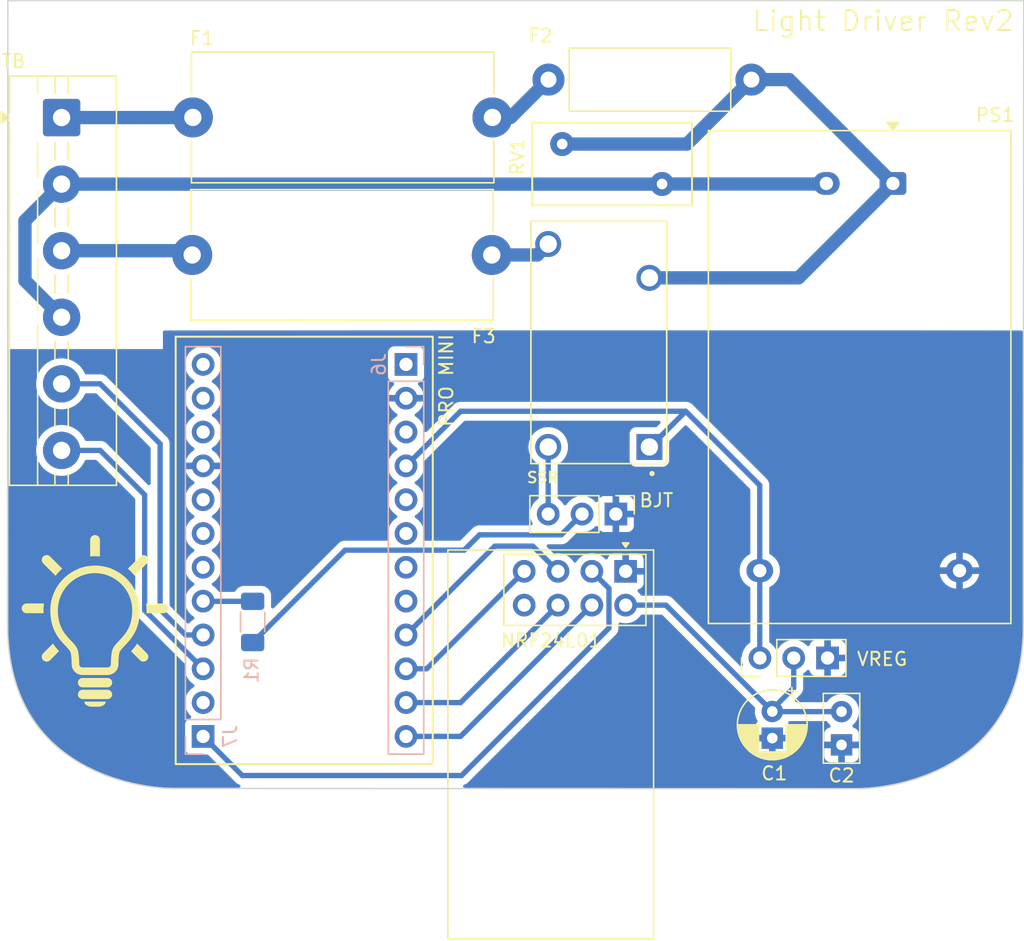
<source format=kicad_pcb>
(kicad_pcb
	(version 20241229)
	(generator "pcbnew")
	(generator_version "9.0")
	(general
		(thickness 0.89)
		(legacy_teardrops no)
	)
	(paper "A4")
	(title_block
		(date "sam. 04 avril 2015")
	)
	(layers
		(0 "F.Cu" signal)
		(2 "B.Cu" signal)
		(9 "F.Adhes" user "F.Adhesive")
		(11 "B.Adhes" user "B.Adhesive")
		(13 "F.Paste" user)
		(15 "B.Paste" user)
		(5 "F.SilkS" user "F.Silkscreen")
		(7 "B.SilkS" user "B.Silkscreen")
		(1 "F.Mask" user)
		(3 "B.Mask" user)
		(17 "Dwgs.User" user "User.Drawings")
		(19 "Cmts.User" user "User.Comments")
		(21 "Eco1.User" user "User.Eco1")
		(23 "Eco2.User" user "User.Eco2")
		(25 "Edge.Cuts" user)
		(27 "Margin" user)
		(31 "F.CrtYd" user "F.Courtyard")
		(29 "B.CrtYd" user "B.Courtyard")
		(35 "F.Fab" user)
		(33 "B.Fab" user)
	)
	(setup
		(stackup
			(layer "F.SilkS"
				(type "Top Silk Screen")
			)
			(layer "F.Paste"
				(type "Top Solder Paste")
			)
			(layer "F.Mask"
				(type "Top Solder Mask")
				(color "Green")
				(thickness 0.01)
			)
			(layer "F.Cu"
				(type "copper")
				(thickness 0.035)
			)
			(layer "dielectric 1"
				(type "core")
				(thickness 0.8)
				(material "FR4")
				(epsilon_r 4.5)
				(loss_tangent 0.02)
			)
			(layer "B.Cu"
				(type "copper")
				(thickness 0.035)
			)
			(layer "B.Mask"
				(type "Bottom Solder Mask")
				(color "Green")
				(thickness 0.01)
			)
			(layer "B.Paste"
				(type "Bottom Solder Paste")
			)
			(layer "B.SilkS"
				(type "Bottom Silk Screen")
			)
			(copper_finish "None")
			(dielectric_constraints no)
		)
		(pad_to_mask_clearance 0)
		(allow_soldermask_bridges_in_footprints no)
		(tenting front back)
		(aux_axis_origin 100 100)
		(grid_origin 100 100)
		(pcbplotparams
			(layerselection 0x00000000_00000000_5555555f_ffffffff)
			(plot_on_all_layers_selection 0x00000000_00000000_00000000_00000000)
			(disableapertmacros no)
			(usegerberextensions no)
			(usegerberattributes yes)
			(usegerberadvancedattributes yes)
			(creategerberjobfile yes)
			(dashed_line_dash_ratio 12.000000)
			(dashed_line_gap_ratio 3.000000)
			(svgprecision 6)
			(plotframeref no)
			(mode 1)
			(useauxorigin no)
			(hpglpennumber 1)
			(hpglpenspeed 20)
			(hpglpendiameter 15.000000)
			(pdf_front_fp_property_popups yes)
			(pdf_back_fp_property_popups yes)
			(pdf_metadata yes)
			(pdf_single_document no)
			(dxfpolygonmode yes)
			(dxfimperialunits yes)
			(dxfusepcbnewfont yes)
			(psnegative no)
			(psa4output no)
			(plot_black_and_white yes)
			(sketchpadsonfab no)
			(plotpadnumbers no)
			(hidednponfab no)
			(sketchdnponfab yes)
			(crossoutdnponfab yes)
			(subtractmaskfromsilk no)
			(outputformat 1)
			(mirror no)
			(drillshape 0)
			(scaleselection 1)
			(outputdirectory "light_driver/")
		)
	)
	(net 0 "")
	(net 1 "GND")
	(net 2 "/~{RESET}")
	(net 3 "VCC")
	(net 4 "/D8")
	(net 5 "/D4")
	(net 6 "/A3")
	(net 7 "/A2")
	(net 8 "/A1")
	(net 9 "/A0")
	(net 10 "/D2")
	(net 11 "/*D3")
	(net 12 "/TX")
	(net 13 "/RX")
	(net 14 "MOSI")
	(net 15 "CSN")
	(net 16 "MISO")
	(net 17 "CE")
	(net 18 "VDC")
	(net 19 "SCK")
	(net 20 "Net-(F1-Pad2)")
	(net 21 "Net-(F3-Pad1)")
	(net 22 "Net-(J8-Pin_3)")
	(net 23 "Net-(J8-Pin_2)")
	(net 24 "BJT")
	(net 25 "ACL")
	(net 26 "Net-(PS1-AC{slash}L)")
	(net 27 "BL")
	(net 28 "SW1")
	(net 29 "SW2")
	(net 30 "ACN")
	(net 31 "unconnected-(J4-Pin_8-Pad8)")
	(net 32 "3V3")
	(footprint "Varistor:RV_Disc_D12mm_W6.2mm_P7.5mm" (layer "F.Cu") (at 71.99 36.6))
	(footprint "Connector_PinHeader_2.54mm:PinHeader_1x03_P2.54mm_Vertical" (layer "F.Cu") (at 86.84 75.2 90))
	(footprint "Fuse:Fuseholder_Cylinder-5x20mm_Schurter_0031_8201_Horizontal_Open" (layer "F.Cu") (at 66.7 44.93 180))
	(footprint "Capacitor_THT:CP_Radial_D5.0mm_P2.00mm" (layer "F.Cu") (at 87.77 79.22 -90))
	(footprint "Converter_ACDC:Converter_ACDC_Hi-Link_HLK-PMxx" (layer "F.Cu") (at 96.83 39.56 -90))
	(footprint "Fuse:Fuseholder_Cylinder-5x20mm_Schurter_0031_8201_Horizontal_Open" (layer "F.Cu") (at 44.25 34.6))
	(footprint "OJE-SS-112LMH_000:TE_5-1419128-0" (layer "F.Cu") (at 74.74 51.5 90))
	(footprint "Capacitor_THT:C_Disc_D5.0mm_W2.5mm_P2.50mm" (layer "F.Cu") (at 92.97 79.23 -90))
	(footprint "TerminalBlock:TerminalBlock_MaiXu_MX126-5.0-06P_1x06_P5.00mm" (layer "F.Cu") (at 34.39 34.61 -90))
	(footprint "Connector_PinHeader_2.54mm:PinHeader_1x03_P2.54mm_Vertical" (layer "F.Cu") (at 76.02 64.39 -90))
	(footprint "RF_Module:nRF24L01_Breakout" (layer "F.Cu") (at 76.755 68.6905 -90))
	(footprint "Resistor_THT:R_Axial_DIN0414_L11.9mm_D4.5mm_P15.24mm_Horizontal" (layer "F.Cu") (at 86.2 31.76 180))
	(footprint "Connector_PinHeader_2.54mm:PinHeader_1x12_P2.54mm_Vertical" (layer "B.Cu") (at 45.02 81.09))
	(footprint "Connector_PinHeader_2.54mm:PinHeader_1x12_P2.54mm_Vertical" (layer "B.Cu") (at 60.26 53.15 180))
	(footprint "Resistor_SMD:R_1206_3216Metric_Pad1.30x1.75mm_HandSolder" (layer "B.Cu") (at 48.74 72.495 -90))
	(gr_poly
		(pts
			(xy 36.951313 68.259192) (xy 36.991729 68.260155) (xy 37.031734 68.261686) (xy 37.071331 68.263726)
			(xy 37.110525 68.266215) (xy 37.14932 68.269093) (xy 37.225731 68.275778) (xy 37.226776 68.276029)
			(xy 37.227768 68.276029) (xy 37.257018 68.279283) (xy 37.33399 68.288081) (xy 37.410564 68.298572)
			(xy 37.486718 68.310748) (xy 37.562427 68.3246) (xy 37.637666 68.340119) (xy 37.712414 68.357296)
			(xy 37.786644 68.376121) (xy 37.860334 68.396587) (xy 38.112032 68.470485) (xy 38.109002 68.486651)
			(xy 38.218606 68.531266) (xy 38.326241 68.579563) (xy 38.431828 68.631462) (xy 38.53529 68.686887)
			(xy 38.636547 68.745757) (xy 38.735521 68.807996) (xy 38.832135 68.873524) (xy 38.926308 68.942263)
			(xy 39.017964 69.014136) (xy 39.107023 69.089062) (xy 39.193406 69.166965) (xy 39.277037 69.247765)
			(xy 39.357835 69.331385) (xy 39.435723 69.417746) (xy 39.510622 69.506769) (xy 39.582453 69.598377)
			(xy 39.660518 69.70574) (xy 39.734395 69.816268) (xy 39.803967 69.92984) (xy 39.869115 70.046333)
			(xy 39.929722 70.165627) (xy 39.98567 70.287599) (xy 40.036841 70.412129) (xy 40.083116 70.539095)
			(xy 40.124378 70.668374) (xy 40.160509 70.799847) (xy 40.191391 70.93339) (xy 40.216906 71.068883)
			(xy 40.236935 71.206203) (xy 40.251362 71.34523) (xy 40.260068 71.485841) (xy 40.262935 71.627916)
			(xy 40.262869 71.627875) (xy 40.261151 71.76031) (xy 40.255714 71.88889) (xy 40.246704 72.013681)
			(xy 40.234267 72.134743) (xy 40.218548 72.252141) (xy 40.199696 72.365938) (xy 40.177855 72.476195)
			(xy 40.153171 72.582977) (xy 40.125792 72.686345) (xy 40.095864 72.786364) (xy 40.063532 72.883095)
			(xy 40.028943 72.976603) (xy 39.992243 73.066949) (xy 39.953579 73.154196) (xy 39.913097 73.238408)
			(xy 39.870942 73.319648) (xy 39.827428 73.398056) (xy 39.782709 73.473595) (xy 39.736961 73.54636)
			(xy 39.690361 73.616446) (xy 39.643085 73.683945) (xy 39.595309 73.748954) (xy 39.547211 73.811567)
			(xy 39.498966 73.871876) (xy 39.450751 73.929978) (xy 39.402742 73.985967) (xy 39.30805 74.09198)
			(xy 39.2163 74.190672) (xy 39.128905 74.282798) (xy 39.073586 74.340759) (xy 39.021338 74.396224)
			(xy 38.972493 74.449204) (xy 38.927382 74.499713) (xy 38.886338 74.547763) (xy 38.867445 74.570869)
			(xy 38.849693 74.593365) (xy 38.833123 74.615253) (xy 38.817778 74.636533) (xy 38.803699 74.657208)
			(xy 38.790927 74.677278) (xy 38.784051 74.688496) (xy 38.777602 74.699461) (xy 38.771568 74.710183)
			(xy 38.765937 74.720667) (xy 38.7607 74.730921) (xy 38.755844 74.740953) (xy 38.75136 74.750769)
			(xy 38.747235 74.760377) (xy 38.743459 74.769784) (xy 38.740022 74.778998) (xy 38.736911 74.788025)
			(xy 38.734116 74.796873) (xy 38.731627 74.805549) (xy 38.729431 74.81406) (xy 38.727519 74.822414)
			(xy 38.725878 74.830618) (xy 38.715417 74.890033) (xy 38.706118 74.950822) (xy 38.697917 75.012431)
			(xy 38.690745 75.074307) (xy 38.679225 75.196645) (xy 38.671027 75.313409) (xy 38.665619 75.420173)
			(xy 38.662467 75.512507) (xy 38.660804 75.636181) (xy 38.660804 75.663922) (xy 38.659744 75.705888)
			(xy 38.656599 75.747301) (xy 38.651418 75.78811) (xy 38.644253 75.828264) (xy 38.635156 75.867712)
			(xy 38.624176 75.906403) (xy 38.611365 75.944286) (xy 38.596775 75.981311) (xy 38.580455 76.017425)
			(xy 38.562457 76.052579) (xy 38.542832 76.08672) (xy 38.521631 76.119798) (xy 38.498904 76.151763)
			(xy 38.474704 76.182562) (xy 38.44908 76.212145) (xy 38.422084 76.240462) (xy 38.393766 76.26746)
			(xy 38.364179 76.293089) (xy 38.333371 76.317297) (xy 38.301396 76.340035) (xy 38.268303 76.361251)
			(xy 38.234143 76.380893) (xy 38.198969 76.398911) (xy 38.162829 76.415254) (xy 38.125776 76.429871)
			(xy 38.087861 76.44271) (xy 38.049133 76.453721) (xy 38.009646 76.462853) (xy 37.969448 76.470055)
			(xy 37.928592 76.475275) (xy 37.887128 76.478463) (xy 37.845108 76.479567) (xy 35.959819 76.479567)
			(xy 35.917847 76.478463) (xy 35.876426 76.475278) (xy 35.835606 76.470064) (xy 35.79544 76.46287)
			(xy 35.755978 76.453748) (xy 35.717272 76.442749) (xy 35.679372 76.429923) (xy 35.642331 76.415321)
			(xy 35.606199 76.398993) (xy 35.571028 76.380991) (xy 35.53687 76.361365) (xy 35.503774 76.340165)
			(xy 35.471793 76.317443) (xy 35.440978 76.29325) (xy 35.41138 76.267635) (xy 35.38305 76.24065) (xy 35.35604 76.212345)
			(xy 35.330401 76.182772) (xy 35.306185 76.15198) (xy 35.283441 76.120022) (xy 35.262223 76.086946)
			(xy 35.242581 76.052804) (xy 35.224566 76.017648) (xy 35.208229 75.981527) (xy 35.193623 75.944492)
			(xy 35.180797 75.906594) (xy 35.169804 75.867883) (xy 35.160695 75.828411) (xy 35.153521 75.788229)
			(xy 35.148333 75.747386) (xy 35.145183 75.705933) (xy 35.144121 75.663922) (xy 35.144121 75.635162)
			(xy 35.142253 75.511087) (xy 35.139094 75.418757) (xy 35.133719 75.312098) (xy 35.125578 75.195505)
			(xy 35.114124 75.073379) (xy 35.098805 74.950116) (xy 35.079074 74.830114) (xy 35.076567 74.817907)
			(xy 35.073376 74.805298) (xy 35.06948 74.792278) (xy 35.064858 74.778836) (xy 35.059488 74.764962)
			(xy 35.053348 74.750646) (xy 35.046418 74.735878) (xy 35.038675 74.720647) (xy 35.030099 74.704943)
			(xy 35.020668 74.688756) (xy 35.01036 74.672076) (xy 34.999153 74.654892) (xy 34.987027 74.637195)
			(xy 34.97396 74.618973) (xy 34.959931 74.600217) (xy 34.944917 74.580917) (xy 34.912913 74.541121)
			(xy 34.87757 74.499636) (xy 34.839149 74.456425) (xy 34.79791 74.411452) (xy 34.708022 74.316074)
			(xy 34.609994 74.213213) (xy 34.505857 74.101727) (xy 34.397659 73.980672) (xy 34.287536 73.848991)
			(xy 34.23242 73.778837) (xy 34.177622 73.705631) (xy 34.12341 73.629242) (xy 34.070051 73.549537)
			(xy 34.017811 73.466385) (xy 33.966957 73.379654) (xy 33.917755 73.289212) (xy 33.870473 73.194928)
			(xy 33.825378 73.096669) (xy 33.782735 72.994303) (xy 33.730233 72.851319) (xy 33.683137 72.700849)
			(xy 33.641939 72.542661) (xy 33.623705 72.4606) (xy 33.607129 72.376523) (xy 33.592274 72.290402)
			(xy 33.5792 72.202206) (xy 33.567969 72.111908) (xy 33.558643 72.019478) (xy 33.551282 71.924888)
			(xy 33.545948 71.828108) (xy 33.542702 71.729109) (xy 33.541609 71.62805) (xy 34.111227 71.62805)
			(xy 34.112918 71.744401) (xy 34.117704 71.85644) (xy 34.125453 71.964308) (xy 34.136036 72.068144)
			(xy 34.149319 72.168088) (xy 34.165171 72.264281) (xy 34.183462 72.356862) (xy 34.204059 72.445973)
			(xy 34.226831 72.531752) (xy 34.251647 72.614341) (xy 34.278375 72.693879) (xy 34.306884 72.770506)
			(xy 34.337041 72.844363) (xy 34.368717 72.91559) (xy 34.401779 72.984327) (xy 34.436095 73.050714)
			(xy 34.471697 73.114859) (xy 34.508445 73.176937) (xy 34.54624 73.237056) (xy 34.584987 73.295325)
			(xy 34.624589 73.351852) (xy 34.664947 73.406745) (xy 34.705966 73.460111) (xy 34.747548 73.51206)
			(xy 34.789596 73.562699) (xy 34.832014 73.612136) (xy 34.917567 73.707837) (xy 35.003434 73.800028)
			(xy 35.088836 73.889575) (xy 35.199959 74.007431) (xy 35.254074 74.066104) (xy 35.306801 74.125271)
			(xy 35.357823 74.185429) (xy 35.382594 74.216036) (xy 35.40682 74.247077) (xy 35.430461 74.278615)
			(xy 35.453476 74.310712) (xy 35.475826 74.34343) (xy 35.497472 74.376831) (xy 35.520931 74.416032)
			(xy 35.543147 74.456473) (xy 35.563912 74.498158) (xy 35.573686 74.519469) (xy 35.583018 74.541092)
			(xy 35.591884 74.563028) (xy 35.600256 74.585278) (xy 35.60811 74.607843) (xy 35.615418 74.630722)
			(xy 35.622155 74.653916) (xy 35.628295 74.677425) (xy 35.633812 74.701251) (xy 35.63868 74.725394)
			(xy 35.651239 74.797233) (xy 35.662309 74.869257) (xy 35.671984 74.940998) (xy 35.68036 75.01199)
			(xy 35.693588 75.149854) (xy 35.702751 75.279113) (xy 35.708602 75.396028) (xy 35.711898 75.496862)
			(xy 35.713848 75.635336) (xy 35.713848 75.66407) (xy 35.714159 75.676905) (xy 35.715084 75.68951)
			(xy 35.716611 75.701879) (xy 35.718726 75.714004) (xy 35.721418 75.725879) (xy 35.724673 75.737498)
			(xy 35.728479 75.748853) (xy 35.732824 75.759938) (xy 35.737694 75.770746) (xy 35.743077 75.78127)
			(xy 35.74896 75.791505) (xy 35.755332 75.801442) (xy 35.762179 75.811075) (xy 35.769488 75.820398)
			(xy 35.777247 75.829404) (xy 35.785444 75.838086) (xy 35.79413 75.846288) (xy 35.803149 75.854064)
			(xy 35.812496 75.861398) (xy 35.82216 75.868277) (xy 35.832135 75.874686) (xy 35.842411 75.880612)
			(xy 35.852981 75.886041) (xy 35.863837 75.890958) (xy 35.87497 75.895349) (xy 35.886373 75.8992)
			(xy 35.898037 75.902498) (xy 35.909954 75.905228) (xy 35.922116 75.907375) (xy 35.934514 75.908927)
			(xy 35.947142 75.909868) (xy 35.95999 75.910185) (xy 37.845278 75.910185) (xy 37.857965 75.909865)
			(xy 37.870479 75.908917) (xy 37.882808 75.907355) (xy 37.894935 75.905194) (xy 37.906845 75.902451)
			(xy 37.918523 75.89914) (xy 37.929955 75.895277) (xy 37.941124 75.890877) (xy 37.952017 75.885956)
			(xy 37.962618 75.880528) (xy 37.972912 75.874609) (xy 37.982883 75.868214) (xy 37.992518 75.86136)
			(xy 38.0018 75.85406) (xy 38.010714 75.84633) (xy 38.019246 75.838187) (xy 38.027381 75.829644) (xy 38.035103 75.820717)
			(xy 38.042398 75.811422) (xy 38.049249 75.801775) (xy 38.055643 75.791789) (xy 38.061564 75.781481)
			(xy 38.066997 75.770866) (xy 38.071927 75.759959) (xy 38.076338 75.748776) (xy 38.080217 75.737332)
			(xy 38.083547 75.725642) (xy 38.086314 75.713722) (xy 38.088502 75.701586) (xy 38.090097 75.689251)
			(xy 38.091084 75.676732) (xy 38.091446 75.664043) (xy 38.091446 75.636315) (xy 38.09327 75.498229)
			(xy 38.09647 75.397372) (xy 38.102218 75.280318) (xy 38.111281 75.150826) (xy 38.124427 75.012658)
			(xy 38.142422 74.869572) (xy 38.166033 74.725328) (xy 38.173826 74.688961) (xy 38.182966 74.653422)
			(xy 38.193381 74.618685) (xy 38.204998 74.584729) (xy 38.217747 74.551528) (xy 38.231556 74.519061)
			(xy 38.246353 74.487302) (xy 38.262067 74.456228) (xy 38.278625 74.425817) (xy 38.295957 74.396043)
			(xy 38.31399 74.366885) (xy 38.332653 74.338317) (xy 38.351875 74.310317) (xy 38.371584 74.28286)
			(xy 38.412175 74.229485) (xy 38.454697 74.176914) (xy 38.498575 74.125351) (xy 38.543651 74.074523)
			(xy 38.589764 74.024158) (xy 38.684469 73.923725) (xy 38.781414 73.821868) (xy 38.879451 73.716874)
			(xy 38.977221 73.607531) (xy 39.073553 73.492493) (xy 39.120813 73.432419) (xy 39.167276 73.370416)
			(xy 39.212792 73.306317) (xy 39.257218 73.239955) (xy 39.300406 73.17116) (xy 39.342209 73.099765)
			(xy 39.382482 73.025601) (xy 39.421078 72.948502) (xy 39.45785 72.868297) (xy 39.492653 72.78482)
			(xy 39.492667 72.784847) (xy 39.49268 72.784874) (xy 39.492707 72.784927) (xy 39.5358 72.667862)
			(xy 39.574716 72.543903) (xy 39.60897 72.412562) (xy 39.624198 72.343971) (xy 39.638079 72.273352)
			(xy 39.650553 72.200644) (xy 39.661559 72.125786) (xy 39.671036 72.048718) (xy 39.678925 71.969379)
			(xy 39.685164 71.887707) (xy 39.689693 71.803642) (xy 39.692452 71.717123) (xy 39.69338 71.628089)
			(xy 39.690937 71.509789) (xy 39.683669 71.3928) (xy 39.671674 71.27721) (xy 39.655046 71.163108)
			(xy 39.633882 71.050584) (xy 39.608275 70.939727) (xy 39.578323 70.830624) (xy 39.54412 70.723365)
			(xy 39.505763 70.618039) (xy 39.463346 70.514734) (xy 39.416965 70.41354) (xy 39.366715 70.314546)
			(xy 39.312693 70.217839) (xy 39.254993 70.123509) (xy 39.193712 70.031646) (xy 39.128944 69.942337)
			(xy 39.06068 69.855791) (xy 38.989134 69.772032) (xy 38.914404 69.691158) (xy 38.836589 69.613265)
			(xy 38.755787 69.538453) (xy 38.672096 69.466819) (xy 38.585613 69.398463) (xy 38.496438 69.333481)
			(xy 38.404669 69.271972) (xy 38.310403 69.214034) (xy 38.213738 69.159765) (xy 38.114774 69.109264)
			(xy 38.013608 69.062628) (xy 37.910338 69.019955) (xy 37.805062 68.981345) (xy 37.697879 68.946894)
			(xy 37.625767 68.925225) (xy 37.573561 68.911989) (xy 37.520972 68.89959) (xy 37.468004 68.888077)
			(xy 37.414656 68.877497) (xy 37.360932 68.867902) (xy 37.306832 68.859339) (xy 37.252358 68.851857)
			(xy 37.197512 68.845506) (xy 37.197023 68.845506) (xy 37.168753 68.842477) (xy 37.169797 68.842477)
			(xy 37.105762 68.836943) (xy 37.042354 68.832637) (xy 37.0109 68.831034) (xy 36.979621 68.829845)
			(xy 36.948522 68.829105) (xy 36.91761 68.828851) (xy 36.902978 68.829856) (xy 36.888359 68.828335)
			(xy 36.857276 68.828737) (xy 36.826085 68.829573) (xy 36.794768 68.830819) (xy 36.763306 68.832454)
			(xy 36.699875 68.836801) (xy 36.635643 68.842437) (xy 36.608391 68.845466) (xy 36.607399 68.845466)
			(xy 36.552461 68.851847) (xy 36.497916 68.859387) (xy 36.443754 68.868017) (xy 36.389967 68.877671)
			(xy 36.336545 68.888282) (xy 36.283481 68.899783) (xy 36.230765 68.912106) (xy 36.17839 68.925185)
			(xy 36.107256 68.946855) (xy 36.000078 68.981305) (xy 35.894805 69.019914) (xy 35.791537 69.062584)
			(xy 35.690371 69.109218) (xy 35.591407 69.159717) (xy 35.494742 69.213983) (xy 35.400474 69.271919)
			(xy 35.308703 69.333426) (xy 35.219526 69.398406) (xy 35.133042 69.466762) (xy 35.049348 69.538396)
			(xy 34.968545 69.613208) (xy 34.890729 69.691103) (xy 34.815999 69.771981) (xy 34.744454 69.855745)
			(xy 34.676192 69.942296) (xy 34.61133 70.031603) (xy 34.549976 70.123464) (xy 34.492225 70.217792)
			(xy 34.438167 70.314496) (xy 34.387895 70.413489) (xy 34.341502 70.514682) (xy 34.29908 70.617985)
			(xy 34.260721 70.72331) (xy 34.226518 70.830569) (xy 34.196564 70.939672) (xy 34.17095 71.05053)
			(xy 34.14977 71.163056) (xy 34.133115 71.277159) (xy 34.121078 71.392752) (xy 34.113751 71.509745)
			(xy 34.111227 71.62805) (xy 33.541609 71.62805) (xy 33.541607 71.627864) (xy 33.544561 71.48578)
			(xy 33.553343 71.345161) (xy 33.567836 71.20613) (xy 33.587921 71.068806) (xy 33.61348 70.933311)
			(xy 33.644395 70.799767) (xy 33.680547 70.668295) (xy 33.721818 70.539017) (xy 33.76809 70.412054)
			(xy 33.819245 70.287527) (xy 33.875164 70.165557) (xy 33.93573 70.046267) (xy 34.000823 69.929777)
			(xy 34.070327 69.816209) (xy 34.144121 69.705684) (xy 34.222089 69.598324) (xy 34.294316 69.506353)
			(xy 34.369631 69.41699) (xy 34.447955 69.330314) (xy 34.529207 69.246402) (xy 34.613309 69.165335)
			(xy 34.700179 69.087191) (xy 34.789739 69.012048) (xy 34.881908 68.939986) (xy 34.976607 68.871083)
			(xy 35.073756 68.805419) (xy 35.173274 68.743071) (xy 35.275083 68.684119) (xy 35.379102 68.628642)
			(xy 35.485252 68.576718) (xy 35.593452 68.528427) (xy 35.703623 68.483846) (xy 35.70111 68.46768)
			(xy 35.944738 68.396587) (xy 36.018255 68.376112) (xy 36.092355 68.357281) (xy 36.167005 68.3401)
			(xy 36.242171 68.32458) (xy 36.317819 68.310729) (xy 36.393914 68.298557) (xy 36.470424 68.288072)
			(xy 36.547314 68.279283) (xy 36.577555 68.276029) (xy 36.579077 68.275778) (xy 36.655506 68.269104)
			(xy 36.733497 68.263736) (xy 36.773095 68.261693) (xy 36.813101 68.260158) (xy 36.853524 68.259193)
			(xy 36.894368 68.258858) (xy 36.910481 68.258858)
		)
		(stroke
			(width 0)
			(type solid)
		)
		(fill yes)
		(layer "F.SilkS")
		(uuid "028fcad5-a4f7-43e4-a187-53fb7241034c")
	)
	(gr_poly
		(pts
			(xy 33.797245 74.196113) (xy 33.854247 74.274097) (xy 33.911711 74.34961) (xy 33.969464 74.422764)
			(xy 34.027333 74.493673) (xy 34.085146 74.562451) (xy 34.142731 74.629212) (xy 34.199916 74.694068)
			(xy 33.527477 75.366942) (xy 33.513793 75.379955) (xy 33.499618 75.392129) (xy 33.484984 75.403463)
			(xy 33.469925 75.413958) (xy 33.454473 75.423613) (xy 33.438661 75.432428) (xy 33.422521 75.440404)
			(xy 33.406086 75.44754) (xy 33.389388 75.453837) (xy 33.37246 75.459294) (xy 33.355335 75.463912)
			(xy 33.338046 75.46769) (xy 33.320624 75.470628) (xy 33.303103 75.472727) (xy 33.285515 75.473986)
			(xy 33.267893 75.474406) (xy 33.250269 75.473986) (xy 33.232676 75.472727) (xy 33.215147 75.470628)
			(xy 33.197715 75.46769) (xy 33.180411 75.463912) (xy 33.163268 75.459294) (xy 33.14632 75.453837)
			(xy 33.129598 75.44754) (xy 33.113136 75.440404) (xy 33.096966 75.432428) (xy 33.08112 75.423613)
			(xy 33.065631 75.413958) (xy 33.050533 75.403463) (xy 33.035856 75.392129) (xy 33.021635 75.379955)
			(xy 33.007902 75.366942) (xy 32.994888 75.353206) (xy 32.982715 75.338986) (xy 32.971381 75.324314)
			(xy 32.960886 75.309222) (xy 32.951231 75.293743) (xy 32.942416 75.277908) (xy 32.93444 75.261751)
			(xy 32.927304 75.245303) (xy 32.921007 75.228597) (xy 32.91555 75.211664) (xy 32.910932 75.194538)
			(xy 32.907154 75.177251) (xy 32.904216 75.159835) (xy 32.902117 75.142322) (xy 32.900858 75.124744)
			(xy 32.900438 75.107134) (xy 32.900858 75.089525) (xy 32.902117 75.071948) (xy 32.904216 75.054435)
			(xy 32.907154 75.03702) (xy 32.910932 75.019734) (xy 32.91555 75.00261) (xy 32.921007 74.98568) (xy 32.927304 74.968976)
			(xy 32.93444 74.95253) (xy 32.942416 74.936376) (xy 32.951231 74.920545) (xy 32.960886 74.905069)
			(xy 32.971381 74.889981) (xy 32.982715 74.875313) (xy 32.994888 74.861097) (xy 33.007902 74.847367)
			(xy 33.007941 74.847432) (xy 33.740877 74.115543)
		)
		(stroke
			(width 0)
			(type solid)
		)
		(fill yes)
		(layer "F.SilkS")
		(uuid "0a0a0a3d-575e-4533-b04b-ff097f99f560")
	)
	(gr_poly
		(pts
			(xy 37.855592 77.587833) (xy 37.873359 77.589187) (xy 37.890872 77.591415) (xy 37.90811 77.594496)
			(xy 37.925048 77.598408) (xy 37.941666 77.603129) (xy 37.957941 77.608637) (xy 37.973851 77.61491)
			(xy 37.989373 77.621925) (xy 38.004485 77.629661) (xy 38.019165 77.638095) (xy 38.03339 77.647206)
			(xy 38.047139 77.656971) (xy 38.060389 77.667368) (xy 38.073117 77.678376) (xy 38.085302 77.689971)
			(xy 38.096921 77.702133) (xy 38.107952 77.714839) (xy 38.118373 77.728066) (xy 38.12816 77.741794)
			(xy 38.137293 77.755999) (xy 38.145749 77.77066) (xy 38.153505 77.785754) (xy 38.160539 77.80126)
			(xy 38.166829 77.817155) (xy 38.172352 77.833418) (xy 38.177087 77.850026) (xy 38.181011 77.866958)
			(xy 38.184102 77.88419) (xy 38.186338 77.901702) (xy 38.187695 77.91947) (xy 38.188153 77.937474)
			(xy 38.187695 77.95557) (xy 38.186338 77.973425) (xy 38.184104 77.991017) (xy 38.181014 78.008325)
			(xy 38.177091 78.025326) (xy 38.172357 78.041999) (xy 38.166835 78.058322) (xy 38.160546 78.074273)
			(xy 38.153514 78.089829) (xy 38.145759 78.10497) (xy 38.137305 78.119673) (xy 38.128174 78.133916)
			(xy 38.118388 78.147678) (xy 38.107969 78.160936) (xy 38.09694 78.173669) (xy 38.085322 78.185855)
			(xy 38.073138 78.197472) (xy 38.060411 78.208498) (xy 38.047162 78.218911) (xy 38.033414 78.22869)
			(xy 38.019188 78.237811) (xy 38.004508 78.246255) (xy 37.989396 78.253998) (xy 37.973873 78.261019)
			(xy 37.957962 78.267296) (xy 37.941686 78.272807) (xy 37.925066 78.27753) (xy 37.908125 78.281444)
			(xy 37.890885 78.284526) (xy 37.873368 78.286754) (xy 37.855596 78.288107) (xy 37.837593 78.288563)
			(xy 35.967398 78.288563) (xy 35.949399 78.288107) (xy 35.931632 78.286753) (xy 35.914118 78.284524)
			(xy 35.896881 78.281442) (xy 35.879942 78.277527) (xy 35.863324 78.272802) (xy 35.847049 78.26729)
			(xy 35.83114 78.261012) (xy 35.815618 78.253989) (xy 35.800506 78.246244) (xy 35.785826 78.237799)
			(xy 35.7716 78.228675) (xy 35.757851 78.218895) (xy 35.744602 78.208481) (xy 35.731873 78.197453)
			(xy 35.719689 78.185835) (xy 35.70807 78.173648) (xy 35.697039 78.160914) (xy 35.686618 78.147655)
			(xy 35.676831 78.133893) (xy 35.667698 78.119649) (xy 35.659242 78.104946) (xy 35.651486 78.089806)
			(xy 35.644452 78.07425) (xy 35.638162 78.058301) (xy 35.632638 78.04198) (xy 35.627904 78.025309)
			(xy 35.623979 78.00831) (xy 35.620889 77.991005) (xy 35.618653 77.973416) (xy 35.617296 77.955565)
			(xy 35.616838 77.937474) (xy 35.617296 77.919468) (xy 35.618653 77.901697) (xy 35.620887 77.884184)
			(xy 35.623977 77.86695) (xy 35.6279 77.850017) (xy 35.632634 77.833408) (xy 35.638156 77.817145)
			(xy 35.644445 77.801249) (xy 35.651477 77.785742) (xy 35.659232 77.770648) (xy 35.667685 77.755987)
			(xy 35.676817 77.741782) (xy 35.686603 77.728055) (xy 35.697022 77.714828) (xy 35.708051 77.702122)
			(xy 35.719669 77.689961) (xy 35.731852 77.678366) (xy 35.74458 77.667359) (xy 35.757829 77.656963)
			(xy 35.771577 77.647199) (xy 35.785802 77.638089) (xy 35.800482 77.629655) (xy 35.815595 77.62192)
			(xy 35.831117 77.614906) (xy 35.847028 77.608634) (xy 35.863305 77.603127) (xy 35.879924 77.598406)
			(xy 35.896866 77.594495) (xy 35.914106 77.591414) (xy 35.931623 77.589186) (xy 35.949394 77.587833)
			(xy 35.967398 77.587377) (xy 37.837593 77.587377)
		)
		(stroke
			(width 0)
			(type solid)
		)
		(fill yes)
		(layer "F.SilkS")
		(uuid "0cbf0e11-2dfe-467b-96bd-fc7f2ba3f06c")
	)
	(gr_rect
		(start 42.96 51.07)
		(end 62.27 83.17)
		(stroke
			(width 0.15)
			(type default)
		)
		(fill no)
		(layer "F.SilkS")
		(uuid "294541a1-6c20-4e0d-bfa8-73091e6b6eaa")
	)
	(gr_poly
		(pts
			(xy 40.064201 74.115498) (xy 40.064193 74.115489) (xy 40.064207 74.115489)
		)
		(stroke
			(width 0)
			(type solid)
		)
		(fill yes)
		(layer "F.SilkS")
		(uuid "2f8065ec-29c5-4f93-8713-3ce2be8ab8f6")
	)
	(gr_poly
		(pts
			(xy 37.855592 76.703079) (xy 37.873359 76.704428) (xy 37.890872 76.70665) (xy 37.90811 76.709723)
			(xy 37.925048 76.713626) (xy 37.941666 76.718337) (xy 37.957941 76.723834) (xy 37.973851 76.730096)
			(xy 37.989373 76.737102) (xy 38.004485 76.744829) (xy 38.019165 76.753256) (xy 38.03339 76.762362)
			(xy 38.047139 76.772125) (xy 38.060389 76.782523) (xy 38.073117 76.793535) (xy 38.085302 76.805139)
			(xy 38.096921 76.817314) (xy 38.107952 76.830037) (xy 38.118373 76.843288) (xy 38.12816 76.857045)
			(xy 38.137293 76.871285) (xy 38.145749 76.885989) (xy 38.153505 76.901133) (xy 38.160539 76.916697)
			(xy 38.166829 76.932658) (xy 38.172352 76.948996) (xy 38.177087 76.965689) (xy 38.181011 76.982714)
			(xy 38.184102 77.000051) (xy 38.186338 77.017677) (xy 38.187695 77.035572) (xy 38.188153 77.053714)
			(xy 38.187695 77.071672) (xy 38.186338 77.089401) (xy 38.184104 77.106878) (xy 38.181014 77.124082)
			(xy 38.177091 77.14099) (xy 38.172357 77.157579) (xy 38.166835 77.173827) (xy 38.160546 77.189712)
			(xy 38.153514 77.205211) (xy 38.145759 77.220302) (xy 38.137305 77.234963) (xy 38.128174 77.249171)
			(xy 38.118388 77.262905) (xy 38.107969 77.27614) (xy 38.09694 77.288856) (xy 38.085322 77.30103)
			(xy 38.073138 77.312639) (xy 38.060411 77.323661) (xy 38.047162 77.334074) (xy 38.033414 77.343855)
			(xy 38.019188 77.352982) (xy 38.004508 77.361433) (xy 37.989396 77.369185) (xy 37.973873 77.376217)
			(xy 37.957962 77.382504) (xy 37.941686 77.388026) (xy 37.925066 77.39276) (xy 37.908125 77.396683)
			(xy 37.890885 77.399773) (xy 37.873368 77.402008) (xy 37.855596 77.403366) (xy 37.837593 77.403823)
			(xy 35.967398 77.403823) (xy 35.949399 77.403366) (xy 35.931632 77.402008) (xy 35.914118 77.399773)
			(xy 35.896881 77.396682) (xy 35.879942 77.392758) (xy 35.863324 77.388024) (xy 35.847049 77.382501)
			(xy 35.83114 77.376213) (xy 35.815618 77.369181) (xy 35.800506 77.361428) (xy 35.785826 77.352976)
			(xy 35.7716 77.343848) (xy 35.757851 77.334066) (xy 35.744602 77.323652) (xy 35.731873 77.312629)
			(xy 35.719689 77.30102) (xy 35.70807 77.288845) (xy 35.697039 77.276129) (xy 35.686618 77.262893)
			(xy 35.676831 77.24916) (xy 35.667698 77.234951) (xy 35.659242 77.220291) (xy 35.651486 77.2052)
			(xy 35.644452 77.189701) (xy 35.638162 77.173816) (xy 35.632638 77.157569) (xy 35.627904 77.140981)
			(xy 35.623979 77.124075) (xy 35.620889 77.106872) (xy 35.618653 77.089396) (xy 35.617296 77.071669)
			(xy 35.616838 77.053714) (xy 35.617296 77.035577) (xy 35.618653 77.017686) (xy 35.620887 77.000063)
			(xy 35.623977 76.982729) (xy 35.6279 76.965706) (xy 35.632634 76.949016) (xy 35.638156 76.93268)
			(xy 35.644445 76.916719) (xy 35.651477 76.901156) (xy 35.659232 76.886012) (xy 35.667685 76.871309)
			(xy 35.676817 76.857068) (xy 35.686603 76.843311) (xy 35.697022 76.830059) (xy 35.708051 76.817335)
			(xy 35.719669 76.805159) (xy 35.731852 76.793554) (xy 35.74458 76.78254) (xy 35.757829 76.772141)
			(xy 35.771577 76.762376) (xy 35.785802 76.753269) (xy 35.800482 76.74484) (xy 35.815595 76.737111)
			(xy 35.831117 76.730104) (xy 35.847028 76.72384) (xy 35.863305 76.718341) (xy 35.879924 76.713629)
			(xy 35.896866 76.709725) (xy 35.914106 76.706651) (xy 35.931623 76.704429) (xy 35.949394 76.703079)
			(xy 35.967398 76.702625) (xy 37.837593 76.702625)
		)
		(stroke
			(width 0)
			(type solid)
		)
		(fill yes)
		(layer "F.SilkS")
		(uuid "5e5f2c9c-86ba-4fce-afab-be15fedd8a20")
	)
	(gr_poly
		(pts
			(xy 37.703462 78.510986) (xy 37.702601 78.529034) (xy 37.700058 78.546844) (xy 37.69589 78.564394)
			(xy 37.690157 78.581662) (xy 37.682917 78.598627) (xy 37.674227 78.615266) (xy 37.664147 78.631557)
			(xy 37.652735 78.647479) (xy 37.640048 78.663008) (xy 37.626147 78.678124) (xy 37.59493 78.707028)
			(xy 37.559552 78.734013) (xy 37.52048 78.758904) (xy 37.47818 78.781525) (xy 37.43312 78.8017) (xy 37.385766 78.819254)
			(xy 37.336586 78.83401) (xy 37.286047 78.845793) (xy 37.234615 78.854427) (xy 37.182759 78.859737)
			(xy 37.130944 78.861546) (xy 36.673929 78.861546) (xy 36.648077 78.86109) (xy 36.622152 78.859737)
			(xy 36.596213 78.857509) (xy 36.570318 78.854428) (xy 36.544526 78.850516) (xy 36.518895 78.845794)
			(xy 36.493483 78.840286) (xy 36.468351 78.834012) (xy 36.443556 78.826995) (xy 36.419156 78.819256)
			(xy 36.395211 78.810819) (xy 36.371779 78.801704) (xy 36.348919 78.791933) (xy 36.326689 78.781529)
			(xy 36.305148 78.770514) (xy 36.284354 78.758909) (xy 36.264367 78.746737) (xy 36.245244 78.734019)
			(xy 36.227045 78.720777) (xy 36.209827 78.707034) (xy 36.19365 78.692811) (xy 36.178573 78.67813)
			(xy 36.164653 78.663014) (xy 36.151949 78.647484) (xy 36.140521 78.631563) (xy 36.130426 78.615271)
			(xy 36.121723 78.598632) (xy 36.114472 78.581666) (xy 36.108729 78.564397) (xy 36.104555 78.546846)
			(xy 36.102008 78.529035) (xy 36.101145 78.510986) (xy 36.103183 78.479182) (xy 37.066332 78.479182)
			(xy 37.066358 78.479182) (xy 37.701941 78.479182)
		)
		(stroke
			(width 0)
			(type solid)
		)
		(fill yes)
		(layer "F.SilkS")
		(uuid "8bbd9429-38a8-4381-afcc-c725e238b246")
	)
	(gr_poly
		(pts
			(xy 40.796692 74.84738) (xy 40.809747 74.861115) (xy 40.82196 74.875335) (xy 40.833331 74.890007)
			(xy 40.84386 74.905099) (xy 40.853546 74.920578) (xy 40.86239 74.936413) (xy 40.870391 74.95257)
			(xy 40.877551 74.969018) (xy 40.883868 74.985725) (xy 40.889343 75.002657) (xy 40.893975 75.019783)
			(xy 40.897765 75.03707) (xy 40.900713 75.054487) (xy 40.902819 75.072) (xy 40.904082 75.089577) (xy 40.904504 75.107187)
			(xy 40.904082 75.124797) (xy 40.902819 75.142374) (xy 40.900713 75.159886) (xy 40.897765 75.177301)
			(xy 40.893975 75.194587) (xy 40.889343 75.211712) (xy 40.883868 75.228642) (xy 40.877551 75.245346)
			(xy 40.870391 75.261791) (xy 40.86239 75.277946) (xy 40.853546 75.293777) (xy 40.84386 75.309253)
			(xy 40.833331 75.324341) (xy 40.82196 75.339009) (xy 40.809747 75.353224) (xy 40.796692 75.366955)
			(xy 40.783046 75.379968) (xy 40.768904 75.392142) (xy 40.7543 75.403476) (xy 40.739265 75.413971)
			(xy 40.723832 75.423626) (xy 40.708036 75.432441) (xy 40.691908 75.440417) (xy 40.675481 75.447553)
			(xy 40.658788 75.45385) (xy 40.641863 75.459307) (xy 40.624737 75.463925) (xy 40.607444 75.467703)
			(xy 40.590017 75.470641) (xy 40.572488 75.47274) (xy 40.554891 75.473999) (xy 40.537258 75.474419)
			(xy 40.519622 75.473999) (xy 40.502017 75.47274) (xy 40.484474 75.470641) (xy 40.467026 75.467703)
			(xy 40.449708 75.463925) (xy 40.432551 75.459307) (xy 40.415588 75.45385) (xy 40.398852 75.447553)
			(xy 40.382377 75.440417) (xy 40.366194 75.432441) (xy 40.350337 75.423626) (xy 40.334839 75.413971)
			(xy 40.319733 75.403476) (xy 40.30505 75.392142) (xy 40.290826 75.379968) (xy 40.277091 75.366955)
			(xy 39.605221 74.69453) (xy 39.662411 74.629528) (xy 39.719995 74.562692) (xy 39.777802 74.493884)
			(xy 39.835662 74.422968) (xy 39.893402 74.349807) (xy 39.950854 74.274265) (xy 40.007846 74.196205)
			(xy 40.064201 74.115498)
		)
		(stroke
			(width 0)
			(type solid)
		)
		(fill yes)
		(layer "F.SilkS")
		(uuid "998b1fdd-df27-497d-a761-31879303a4ae")
	)
	(gr_poly
		(pts
			(xy 40.554897 67.471346) (xy 40.572492 67.47261) (xy 40.59002 67.474716) (xy 40.607445 67.477664)
			(xy 40.624736 67.481455) (xy 40.64186 67.486088) (xy 40.658784 67.491563) (xy 40.675475 67.49788)
			(xy 40.691901 67.50504) (xy 40.708027 67.513043) (xy 40.723823 67.521888) (xy 40.739254 67.531575)
			(xy 40.754288 67.542104) (xy 40.768892 67.553476) (xy 40.783033 67.56569) (xy 40.796679 67.578746)
			(xy 40.809734 67.592435) (xy 40.821947 67.606614) (xy 40.833318 67.62125) (xy 40.843847 67.636311)
			(xy 40.853533 67.651763) (xy 40.862377 67.667575) (xy 40.870378 67.683714) (xy 40.877538 67.700146)
			(xy 40.883855 67.71684) (xy 40.88933 67.733762) (xy 40.893962 67.750881) (xy 40.897752 67.768163)
			(xy 40.9007 67.785575) (xy 40.902806 67.803085) (xy 40.904069 67.820661) (xy 40.904491 67.83827)
			(xy 40.904069 67.855878) (xy 40.902806 67.873454) (xy 40.9007 67.890964) (xy 40.897752 67.908376)
			(xy 40.893962 67.925658) (xy 40.88933 67.942777) (xy 40.883855 67.959699) (xy 40.877538 67.976393)
			(xy 40.870378 67.992825) (xy 40.862377 68.008964) (xy 40.853533 68.024776) (xy 40.843847 68.040228)
			(xy 40.833318 68.055289) (xy 40.821947 68.069925) (xy 40.809734 68.084104) (xy 40.796679 68.097793)
			(xy 39.871021 69.023927) (xy 39.871021 69.0239) (xy 39.81264 68.952298) (xy 39.752868 68.882025)
			(xy 39.691686 68.813142) (xy 39.629078 68.745711) (xy 39.565026 68.679793) (xy 39.499511 68.615449)
			(xy 39.432517 68.552741) (xy 39.364027 68.491731) (xy 40.277078 67.578746) (xy 40.290817 67.56569)
			(xy 40.305046 67.553476) (xy 40.319732 67.542104) (xy 40.334841 67.531575) (xy 40.350342 67.521888)
			(xy 40.366201 67.513043) (xy 40.382385 67.50504) (xy 40.398862 67.49788) (xy 40.415598 67.491563)
			(xy 40.432561 67.486088) (xy 40.449718 67.481455) (xy 40.467037 67.477664) (xy 40.484483 67.474716)
			(xy 40.502026 67.47261) (xy 40.51963 67.471346) (xy 40.537265 67.470925)
		)
		(stroke
			(width 0)
			(type solid)
		)
		(fill yes)
		(layer "F.SilkS")
		(uuid "a67432a7-1e71-410e-bd00-0a95119d1314")
	)
	(gr_poly
		(pts
			(xy 33.06 71.17) (xy 33.053267 71.234621) (xy 33.047325 71.299472) (xy 33.042263 71.364575) (xy 33.03817 71.42995)
			(xy 33.035136 71.495617) (xy 33.033249 71.561599) (xy 33.032601 71.627916) (xy 33.032597 71.62791)
			(xy 33.032594 71.627903) (xy 33.032591 71.627896) (xy 33.032587 71.62789) (xy 33.032874 71.681636)
			(xy 33.033733 71.734794) (xy 33.03516 71.787526) (xy 33.037151 71.839993) (xy 31.761952 71.839993)
			(xy 31.743106 71.839515) (xy 31.724504 71.838097) (xy 31.70617 71.835761) (xy 31.688127 71.832532)
			(xy 31.670398 71.828431) (xy 31.653006 71.823482) (xy 31.635974 71.817708) (xy 31.619326 71.811133)
			(xy 31.603085 71.803779) (xy 31.587274 71.795669) (xy 31.571917 71.786826) (xy 31.557036 71.777274)
			(xy 31.542654 71.767036) (xy 31.528796 71.756134) (xy 31.515483 71.744592) (xy 31.50274 71.732433)
			(xy 31.490589 71.71968) (xy 31.479055 71.706356) (xy 31.468159 71.692484) (xy 31.457925 71.678087)
			(xy 31.448376 71.663188) (xy 31.439537 71.647811) (xy 31.431428 71.631978) (xy 31.424075 71.615713)
			(xy 31.4175 71.599038) (xy 31.411727 71.581977) (xy 31.406778 71.564553) (xy 31.402676 71.546788)
			(xy 31.399446 71.528707) (xy 31.39711 71.510331) (xy 31.395691 71.491685) (xy 31.395213 71.472791)
			(xy 31.395691 71.4539) (xy 31.39711 71.435257) (xy 31.399446 71.416884) (xy 31.402676 71.398805)
			(xy 31.406777 71.381042) (xy 31.411726 71.36362) (xy 31.417499 71.34656) (xy 31.424073 71.329886)
			(xy 31.431426 71.313621) (xy 31.439534 71.297789) (xy 31.448373 71.282411) (xy 31.457921 71.267513)
			(xy 31.468155 71.253115) (xy 31.47905 71.239243) (xy 31.490585 71.225918) (xy 31.502735 71.213164)
			(xy 31.515478 71.201004) (xy 31.52879 71.189461) (xy 31.542648 71.178558) (xy 31.55703 71.168318)
			(xy 31.571911 71.158765) (xy 31.587268 71.149921) (xy 31.603079 71.14181) (xy 31.619321 71.134455)
			(xy 31.635969 71.127878) (xy 31.653001 71.122103) (xy 31.670393 71.117154) (xy 31.688123 71.113052)
			(xy 31.706167 71.109822) (xy 31.724502 71.107486) (xy 31.743105 71.106067) (xy 31.761952 71.105589)
			(xy 33.067433 71.105589)
		)
		(stroke
			(width 0)
			(type solid)
		)
		(fill yes)
		(layer "F.SilkS")
		(uuid "c66b91dc-9bbb-43f9-8200-893559274fca")
	)
	(gr_poly
		(pts
			(xy 42.042575 71.105655) (xy 42.061473 71.106133) (xy 42.080119 71.107551) (xy 42.098492 71.109887)
			(xy 42.116568 71.113116) (xy 42.134324 71.117217) (xy 42.151738 71.122166) (xy 42.168787 71.12794)
			(xy 42.185447 71.134515) (xy 42.201696 71.141869) (xy 42.217511 71.149979) (xy 42.232869 71.158822)
			(xy 42.247748 71.168374) (xy 42.262123 71.178612) (xy 42.275974 71.189514) (xy 42.289275 71.201056)
			(xy 42.302006 71.213215) (xy 42.314142 71.225968) (xy 42.325661 71.239292) (xy 42.33654 71.253164)
			(xy 42.346756 71.267561) (xy 42.356286 71.28246) (xy 42.365108 71.297837) (xy 42.373198 71.31367)
			(xy 42.380534 71.329935) (xy 42.387093 71.34661) (xy 42.392851 71.363671) (xy 42.397786 71.381095)
			(xy 42.401875 71.39886) (xy 42.405095 71.416941) (xy 42.407424 71.435317) (xy 42.408838 71.453963)
			(xy 42.409314 71.472857) (xy 42.408838 71.491751) (xy 42.407424 71.510398) (xy 42.405095 71.528773)
			(xy 42.401875 71.546854) (xy 42.397786 71.564619) (xy 42.392851 71.582043) (xy 42.387093 71.599104)
			(xy 42.380534 71.615779) (xy 42.373198 71.632044) (xy 42.365108 71.647877) (xy 42.356286 71.663254)
			(xy 42.346756 71.678153) (xy 42.33654 71.69255) (xy 42.325661 71.706422) (xy 42.314142 71.719746)
			(xy 42.302006 71.732499) (xy 42.289275 71.744658) (xy 42.275974 71.7562) (xy 42.262123 71.767102)
			(xy 42.247748 71.77734) (xy 42.232869 71.786892) (xy 42.217511 71.795735) (xy 42.201696 71.803845)
			(xy 42.185447 71.811199) (xy 42.168787 71.817775) (xy 42.151738 71.823548) (xy 42.134324 71.828497)
			(xy 42.116568 71.832598) (xy 42.098492 71.835827) (xy 42.080119 71.838163) (xy 42.061473 71.839581)
			(xy 42.042575 71.840059) (xy 40.768408 71.840059) (xy 40.770099 71.787589) (xy 40.771368 71.734851)
			(xy 40.772166 71.681691) (xy 40.772443 71.627956) (xy 40.771814 71.561646) (xy 40.769977 71.495668)
			(xy 40.767003 71.430001) (xy 40.762964 71.364624) (xy 40.757934 71.299519) (xy 40.751983 71.234665)
			(xy 40.745185 71.170041) (xy 40.737611 71.105629) (xy 42.042575 71.105629)
		)
		(stroke
			(width 0)
			(type solid)
		)
		(fill yes)
		(layer "F.SilkS")
		(uuid "c879fe4d-cd8f-4611-a441-229ff753fe6b")
	)
	(gr_poly
		(pts
			(xy 36.921238 65.966152) (xy 36.939884 65.967571) (xy 36.95826 65.969906) (xy 36.976342 65.973136)
			(xy 36.994108 65.977237) (xy 37.011533 65.982186) (xy 37.028595 65.98796) (xy 37.045271 65.994536)
			(xy 37.061538 66.001891) (xy 37.077373 66.010001) (xy 37.092752 66.018844) (xy 37.107652 66.028396)
			(xy 37.122051 66.038635) (xy 37.135924 66.049537) (xy 37.14925 66.06108) (xy 37.162006 66.073239)
			(xy 37.174166 66.085993) (xy 37.18571 66.099317) (xy 37.196614 66.113189) (xy 37.206854 66.127586)
			(xy 37.216408 66.142485) (xy 37.225252 66.157862) (xy 37.233363 66.173695) (xy 37.240719 66.18996)
			(xy 37.247296 66.206635) (xy 37.253071 66.223695) (xy 37.25802 66.241119) (xy 37.262122 66.258883)
			(xy 37.265352 66.276964) (xy 37.267688 66.295338) (xy 37.269107 66.313983) (xy 37.269585 66.332876)
			(xy 37.269585 67.576233) (xy 37.181443 67.568047) (xy 37.137104 67.564683) (xy 37.092594 67.561853)
			(xy 37.047921 67.55959) (xy 37.003092 67.557931) (xy 36.958113 67.556909) (xy 36.912993 67.556561)
			(xy 36.902383 67.556561) (xy 36.902304 67.556561) (xy 36.892223 67.556561) (xy 36.847083 67.55691)
			(xy 36.802094 67.557932) (xy 36.757262 67.559588) (xy 36.712591 67.561838) (xy 36.668086 67.564642)
			(xy 36.623752 67.567963) (xy 36.535618 67.575995) (xy 36.535618 66.332876) (xy 36.536094 66.313982)
			(xy 36.537508 66.295336) (xy 36.539838 66.276961) (xy 36.543058 66.258879) (xy 36.547148 66.241115)
			(xy 36.552084 66.22369) (xy 36.557844 66.206629) (xy 36.564403 66.189955) (xy 36.57174 66.173689)
			(xy 36.579831 66.157856) (xy 36.588654 66.142479) (xy 36.598186 66.127581) (xy 36.608403 66.113184)
			(xy 36.619283 66.099312) (xy 36.630803 66.085987) (xy 36.642939 66.073234) (xy 36.65567 66.061075)
			(xy 36.668972 66.049533) (xy 36.682823 66.038631) (xy 36.697198 66.028393) (xy 36.712076 66.018841)
			(xy 36.727434 66.009998) (xy 36.743248 66.001888) (xy 36.759496 65.994534) (xy 36.776155 65.987959)
			(xy 36.793201 65.982185) (xy 36.810613 65.977236) (xy 36.828367 65.973136) (xy 36.846439 65.969906)
			(xy 36.864808 65.96757) (xy 36.883451 65.966152) (xy 36.902343 65.965674)
		)
		(stroke
			(width 0)
			(type solid)
		)
		(fill yes)
		(layer "F.SilkS")
		(uuid "da7ace7a-a42d-488a-a32e-3218bc8d06fb")
	)
	(gr_poly
		(pts
			(xy 33.28555 67.47132) (xy 33.303137 67.472584) (xy 33.320657 67.474689) (xy 33.338077 67.477638)
			(xy 33.355365 67.481428) (xy 33.372489 67.486061) (xy 33.389416 67.491536) (xy 33.406112 67.497854)
			(xy 33.422547 67.505014) (xy 33.438686 67.513016) (xy 33.454498 67.521861) (xy 33.46995 67.531548)
			(xy 33.485009 67.542078) (xy 33.499643 67.553449) (xy 33.513819 67.565663) (xy 33.527504 67.57872)
			(xy 34.440025 68.491704) (xy 34.371704 68.552741) (xy 34.304852 68.615487) (xy 34.239468 68.67988)
			(xy 34.175553 68.74586) (xy 34.113105 68.813363) (xy 34.052125 68.88233) (xy 33.992612 68.952697)
			(xy 33.934565 69.024403) (xy 33.934579 69.024377) (xy 33.007929 68.097766) (xy 32.994915 68.084077)
			(xy 32.982742 68.069899) (xy 32.971408 68.055263) (xy 32.960913 68.040202) (xy 32.951258 68.024749)
			(xy 32.942443 68.008937) (xy 32.934467 67.992799) (xy 32.927331 67.976366) (xy 32.921034 67.959672)
			(xy 32.915577 67.94275) (xy 32.910959 67.925632) (xy 32.907181 67.90835) (xy 32.904243 67.890937)
			(xy 32.902144 67.873427) (xy 32.900885 67.855851) (xy 32.900465 67.838243) (xy 32.900885 67.820635)
			(xy 32.902144 67.803059) (xy 32.904243 67.785549) (xy 32.907181 67.768136) (xy 32.910959 67.750854)
			(xy 32.915577 67.733736) (xy 32.921034 67.716814) (xy 32.927331 67.70012) (xy 32.934467 67.683687)
			(xy 32.942443 67.667549) (xy 32.951258 67.651737) (xy 32.960913 67.636284) (xy 32.971408 67.621223)
			(xy 32.982742 67.606587) (xy 32.994915 67.592409) (xy 33.007929 67.57872) (xy 33.021666 67.565663)
			(xy 33.03589 67.553449) (xy 33.050568 67.542078) (xy 33.065669 67.531548) (xy 33.081159 67.521861)
			(xy 33.097006 67.513016) (xy 33.113177 67.505014) (xy 33.12964 67.497854) (xy 33.146362 67.491536)
			(xy 33.16331 67.486061) (xy 33.180452 67.481428) (xy 33.197755 67.477638) (xy 33.215187 67.474689)
			(xy 33.232715 67.472584) (xy 33.250307 67.47132) (xy 33.26793 67.470899)
		)
		(stroke
			(width 0)
			(type solid)
		)
		(fill yes)
		(layer "F.SilkS")
		(uuid "efb2bbbb-6425-4dec-9b56-e1fdedaa8040")
	)
	(gr_line
		(start 30.355429 25.83)
		(end 30.334953 72.754953)
		(stroke
			(width 0.1)
			(type default)
		)
		(layer "Edge.Cuts")
		(uuid "0bd633b9-b110-4c65-9b8c-5c36fc23899c")
	)
	(gr_line
		(start 30.35 25.83)
		(end 106.65 25.83)
		(stroke
			(width 0.1)
			(type default)
		)
		(layer "Edge.Cuts")
		(uuid "5ec08219-7598-4f4e-aec8-2a0afad9ace3")
	)
	(gr_line
		(start 42.58 85)
		(end 94.384953 85.015047)
		(stroke
			(width 0.1)
			(type default)
		)
		(layer "Edge.Cuts")
		(uuid "75434bb2-9341-49ac-bfe2-505a93a214a4")
	)
	(gr_line
		(start 106.65 25.83)
		(end 106.63 72.77)
		(stroke
			(width 0.1)
			(type default)
		)
		(layer "Edge.Cuts")
		(uuid "7a3fa2ca-b33a-4404-a865-82327055aff3")
	)
	(gr_curve
		(pts
			(xy 30.334953 72.754953) (xy 30.334953 85) (xy 42.58 85) (xy 42.58 85)
		)
		(stroke
			(width 0.1)
			(type default)
		)
		(layer "Edge.Cuts")
		(uuid "ae9637c3-6804-4254-9d3d-00dfabb38ac7")
	)
	(gr_curve
		(pts
			(xy 106.63 72.77) (xy 106.63 85.015047) (xy 94.384953 85.015047) (xy 94.384953 85.015047)
		)
		(stroke
			(width 0.1)
			(type default)
		)
		(layer "Edge.Cuts")
		(uuid "f1951640-5efb-4337-9a24-547fa69fabc9")
	)
	(gr_text "Light Driver Rev2"
		(at 86.18 28.23 0)
		(layer "F.SilkS")
		(uuid "29db3052-a348-459d-be50-3e4ff764ea5e")
		(effects
			(font
				(size 1.5 1.5)
				(thickness 0.15)
			)
			(justify left bottom)
		)
	)
	(gr_text "PRO MINI"
		(at 63.87 57.93 90)
		(layer "F.SilkS")
		(uuid "9ffd1f80-2fdf-4f3b-badf-a59b8cf88ae1")
		(effects
			(font
				(size 1 1)
				(thickness 0.15)
			)
			(justify left bottom)
		)
	)
	(segment
		(start 81.27 56.67)
		(end 64.36 56.67)
		(width 0.4)
		(layer "B.Cu")
		(net 3)
		(uuid "00103e67-485e-4e60-aa13-ce875813d852")
	)
	(segment
		(start 86.83 62.23)
		(end 81.27 56.67)
		(width 0.4)
		(layer "B.Cu")
		(net 3)
		(uuid "2dc3a6a0-e5e8-4ec3-888b-2e55642500fd")
	)
	(segment
		(start 64.36 56.67)
		(end 60.26 60.77)
		(width 0.4)
		(layer "B.Cu")
		(net 3)
		(uuid "3a1e3d30-1310-47f7-8082-ca849af45352")
	)
	(segment
		(start 86.83 75.19)
		(end 86.84 75.2)
		(width 0.4)
		(layer "B.Cu")
		(net 3)
		(uuid "5cab23c7-7b52-4594-b4da-1474f425ff63")
	)
	(segment
		(start 78.54 59.35)
		(end 78.59 59.35)
		(width 0.4)
		(layer "B.Cu")
		(net 3)
		(uuid "742a36f4-2cc4-47c9-91fd-81ffe14222b6")
	)
	(segment
		(start 78.59 59.35)
		(end 81.27 56.67)
		(width 0.4)
		(layer "B.Cu")
		(net 3)
		(uuid "768d0dc1-6e55-4b76-b62a-aa9b57e4791e")
	)
	(segment
		(start 86.83 68.64)
		(end 86.83 62.23)
		(width 0.4)
		(layer "B.Cu")
		(net 3)
		(uuid "ba1785ad-38e6-4c99-8c0a-724fa688f5aa")
	)
	(segment
		(start 86.83 68.64)
		(end 86.83 75.19)
		(width 0.4)
		(layer "B.Cu")
		(net 3)
		(uuid "c2f95e48-4375-433b-b7ec-1d536f986780")
	)
	(segment
		(start 71.675 71.2305)
		(end 64.3555 78.55)
		(width 0.4)
		(layer "B.Cu")
		(net 14)
		(uuid "73c451ba-5e75-480a-8a2f-cb46fa6687bd")
	)
	(segment
		(start 64.3555 78.55)
		(end 60.26 78.55)
		(width 0.4)
		(layer "B.Cu")
		(net 14)
		(uuid "bd377860-a84a-4fbf-b931-8cc87b7d6a13")
	)
	(segment
		(start 74.215 71.2305)
		(end 64.3555 81.09)
		(width 0.4)
		(layer "B.Cu")
		(net 15)
		(uuid "9ab137e2-08fc-42f7-abd9-f9b1d7da2221")
	)
	(segment
		(start 64.3555 81.09)
		(end 60.26 81.09)
		(width 0.4)
		(layer "B.Cu")
		(net 15)
		(uuid "bdf639e2-2ffc-4dc0-bf19-2439805c2a99")
	)
	(segment
		(start 61.8155 76.01)
		(end 60.26 76.01)
		(width 0.4)
		(layer "B.Cu")
		(net 16)
		(uuid "79d6a963-6d5b-44b1-9500-ab56c1ee6eb1")
	)
	(segment
		(start 69.135 68.6905)
		(end 61.8155 76.01)
		(width 0.4)
		(layer "B.Cu")
		(net 16)
		(uuid "d41fa6d9-1374-4701-b5ae-914a4eb96ebd")
	)
	(segment
		(start 47.96 84.03)
		(end 45.02 81.09)
		(width 0.4)
		(layer "B.Cu")
		(net 17)
		(uuid "2486a9ad-bcb2-462c-bdcc-bf594dfe9f29")
	)
	(segment
		(start 64.43 84.03)
		(end 47.96 84.03)
		(width 0.4)
		(layer "B.Cu")
		(net 17)
		(uuid "5d8aaf9d-983f-4f13-bd28-3735cc93f423")
	)
	(segment
		(start 75.504 72.956)
		(end 64.43 84.03)
		(width 0.4)
		(layer "B.Cu")
		(net 17)
		(uuid "80e1c595-9726-4815-b4f3-47a49f2ccac8")
	)
	(segment
		(start 75.504 69.9795)
		(end 75.504 72.956)
		(width 0.4)
		(layer "B.Cu")
		(net 17)
		(uuid "a987b3b8-3282-4323-8def-3f7bd7066c8b")
	)
	(segment
		(start 74.215 68.6905)
		(end 75.504 69.9795)
		(width 0.4)
		(layer "B.Cu")
		(net 17)
		(uuid "e15b6a7a-1ca5-424c-b9ce-029935bd14c1")
	)
	(segment
		(start 66.93 66.8)
		(end 69.7845 66.8)
		(width 0.4)
		(layer "B.Cu")
		(net 19)
		(uuid "4e68552d-9237-4b53-93d6-764e531ccaaf")
	)
	(segment
		(start 69.7845 66.8)
		(end 71.675 68.6905)
		(width 0.4)
		(layer "B.Cu")
		(net 19)
		(uuid "5c570ecf-76d7-42ae-8d4c-ffc622d85f72")
	)
	(segment
		(start 60.26 73.47)
		(end 66.93 66.8)
		(width 0.4)
		(layer "B.Cu")
		(net 19)
		(uuid "7822e427-a9bd-4234-9b4d-e5fdb0dfa661")
	)
	(segment
		(start 68.12 34.6)
		(end 70.96 31.76)
		(width 1)
		(layer "B.Cu")
		(net 20)
		(uuid "42053217-0f09-4391-ac7b-2492d92424c9")
	)
	(segment
		(start 66.75 34.6)
		(end 68.12 34.6)
		(width 1)
		(layer "B.Cu")
		(net 20)
		(uuid "e24ca032-0f0c-4a43-bcae-aaab25d892d1")
	)
	(segment
		(start 66.7 44.93)
		(end 70.12 44.93)
		(width 1)
		(layer "B.Cu")
		(net 21)
		(uuid "7f5b56b0-b8a6-4e8a-a131-eac9e0003336")
	)
	(segment
		(start 70.12 44.93)
		(end 70.94 44.11)
		(width 1)
		(layer "B.Cu")
		(net 21)
		(uuid "befa6ed9-3462-4f72-bd8e-50f13c1f59d0")
	)
	(segment
		(start 70.94 59.35)
		(end 70.94 64.39)
		(width 0.4)
		(layer "B.Cu")
		(net 22)
		(uuid "510f46bf-41e5-4c82-ba13-f766713a6b77")
	)
	(segment
		(start 70.93 64.38)
		(end 70.94 64.39)
		(width 0.4)
		(layer "B.Cu")
		(net 22)
		(uuid "e191f7ba-e946-4a40-a0b1-80bc118cec98")
	)
	(segment
		(start 71.92 65.95)
		(end 73.48 64.39)
		(width 0.4)
		(layer "B.Cu")
		(net 23)
		(uuid "7499b434-e3df-42a6-b27f-31f6d9e53ad0")
	)
	(segment
		(start 64.629 67.101)
		(end 65.78 65.95)
		(width 0.4)
		(layer "B.Cu")
		(net 23)
		(uuid "78f8323f-e12c-45ff-b431-a4a2a5cdf14e")
	)
	(segment
		(start 65.78 65.95)
		(end 71.92 65.95)
		(width 0.4)
		(layer "B.Cu")
		(net 23)
		(uuid "a48646b1-075e-4d40-ab69-15151fe61708")
	)
	(segment
		(start 48.74 74.045)
		(end 55.684 67.101)
		(width 0.4)
		(layer "B.Cu")
		(net 23)
		(uuid "ca9a70d6-9904-4900-908d-cfa2d94e8a79")
	)
	(segment
		(start 55.684 67.101)
		(end 64.629 67.101)
		(width 0.4)
		(layer "B.Cu")
		(net 23)
		(uuid "da7b7c8f-e4ef-4f2f-929d-ea8a6ed29d06")
	)
	(segment
		(start 45.035 70.945)
		(end 45.02 70.93)
		(width 0.4)
		(layer "B.Cu")
		(net 24)
		(uuid "b92a4444-eebe-42e4-88f4-5739f3f99216")
	)
	(segment
		(start 48.74 70.945)
		(end 45.035 70.945)
		(width 0.4)
		(layer "B.Cu")
		(net 24)
		(uuid "b92bec49-99cc-4e59-b657-1a160726d6e8")
	)
	(segment
		(start 44.24 34.61)
		(end 44.25 34.6)
		(width 1)
		(layer "B.Cu")
		(net 25)
		(uuid "001ffde4-268b-4dec-91f4-bdc686c495ec")
	)
	(segment
		(start 34.39 34.61)
		(end 44.24 34.61)
		(width 1)
		(layer "B.Cu")
		(net 25)
		(uuid "87dcc7a2-1f1b-4259-916e-1c4755550db5")
	)
	(segment
		(start 86.2 31.76)
		(end 89.03 31.76)
		(width 1)
		(layer "B.Cu")
		(net 26)
		(uuid "0889b30b-fb2e-4be9-94e4-c04aa005e997")
	)
	(segment
		(start 78.54 46.65)
		(end 89.74 46.65)
		(width 1)
		(layer "B.Cu")
		(net 26)
		(uuid "0f665b4d-c7ae-4e27-87b4-4a0738499860")
	)
	(segment
		(start 81.36 36.6)
		(end 86.2 31.76)
		(width 1)
		(layer "B.Cu")
		(net 26)
		(uuid "123745f6-754f-4fce-a2f5-5b3219340b5a")
	)
	(segment
		(start 89.74 46.65)
		(end 96.83 39.56)
		(width 1)
		(layer "B.Cu")
		(net 26)
		(uuid "45404158-d960-4094-8b16-5e635b72afaa")
	)
	(segment
		(start 89.03 31.76)
		(end 96.83 39.56)
		(width 1)
		(layer "B.Cu")
		(net 26)
		(uuid "b6372683-612e-4f13-97e7-75600f01599c")
	)
	(segment
		(start 71.99 36.6)
		(end 81.36 36.6)
		(width 1)
		(layer "B.Cu")
		(net 26)
		(uuid "c9b873cb-ff9a-47e9-9427-ca858117a2f6")
	)
	(segment
		(start 43.88 44.61)
		(end 44.2 44.93)
		(width 1)
		(layer "B.Cu")
		(net 27)
		(uuid "6932a46f-5273-4d40-ac04-538aef38f09d")
	)
	(segment
		(start 43.87 44.6)
		(end 44.2 44.93)
		(width 1)
		(layer "B.Cu")
		(net 27)
		(uuid "85091a68-e257-4c02-9039-f59d3003f479")
	)
	(segment
		(start 34.39 44.61)
		(end 43.88 44.61)
		(width 1)
		(layer "B.Cu")
		(net 27)
		(uuid "95d16c13-1036-4497-8711-3a2939f82088")
	)
	(segment
		(start 41.79 59.11)
		(end 37.29 54.61)
		(width 0.4)
		(layer "B.Cu")
		(net 28)
		(uuid "147b9dde-e6bb-498d-88db-df4f45c34a1d")
	)
	(segment
		(start 41.79 71.56)
		(end 43.7 73.47)
		(width 0.4)
		(layer "B.Cu")
		(net 28)
		(uuid "209e9f3f-23f7-4c4e-ab82-fa9a41f41fdd")
	)
	(segment
		(start 37.29 54.61)
		(end 34.39 54.61)
		(width 0.4)
		(layer "B.Cu")
		(net 28)
		(uuid "67be471a-6bfd-4936-a7ab-b2d4cb051586")
	)
	(segment
		(start 43.7 73.47)
		(end 45.02 73.47)
		(width 0.4)
		(layer "B.Cu")
		(net 28)
		(uuid "95ed4026-2942-4bb5-b88a-a9e3b9914f74")
	)
	(segment
		(start 41.79 59.11)
		(end 41.79 71.56)
		(width 0.4)
		(layer "B.Cu")
		(net 28)
		(uuid "b23246a6-8c57-4664-bf46-117d783d642a")
	)
	(segment
		(start 40.63 62.95)
		(end 40.63 71.62)
		(width 0.4)
		(layer "B.Cu")
		(net 29)
		(uuid "09c1e982-4af4-4bd8-926e-208356d445e5")
	)
	(segment
		(start 40.63 62.95)
		(end 37.29 59.61)
		(width 0.4)
		(layer "B.Cu")
		(net 29)
		(uuid "4425929f-344a-4ef7-baac-70f653df8ae8")
	)
	(segment
		(start 40.63 71.62)
		(end 45.02 76.01)
		(width 0.4)
		(layer "B.Cu")
		(net 29)
		(uuid "bd30896e-83bc-474f-b708-e856e1c64943")
	)
	(segment
		(start 37.29 59.61)
		(end 34.39 59.61)
		(width 0.4)
		(layer "B.Cu")
		(net 29)
		(uuid "e3a20f6a-12f9-4ddf-b1af-b1b52f0c8a7e")
	)
	(segment
		(start 34.39 39.61)
		(end 79.48 39.61)
		(width 1)
		(layer "B.Cu")
		(net 30)
		(uuid "03dafdcb-b660-4d52-b52a-7ae6810b50ae")
	)
	(segment
		(start 34.39 39.61)
		(end 31.64 42.36)
		(width 1)
		(layer "B.Cu")
		(net 30)
		(uuid "118a76c1-b101-404a-827a-9d9c4b92e257")
	)
	(segment
		(start 79.49 39.6)
		(end 91.79 39.6)
		(width 1)
		(layer "B.Cu")
		(net 30)
		(uuid "293bbe30-739e-42e8-9bb7-7d639aa89dc1")
	)
	(segment
		(start 79.48 39.61)
		(end 79.49 39.6)
		(width 1)
		(layer "B.Cu")
		(net 30)
		(uuid "9842fc56-e2c3-47f3-aa5d-602e3f6c68a0")
	)
	(segment
		(start 31.64 46.86)
		(end 34.39 49.61)
		(width 1)
		(layer "B.Cu")
		(net 30)
		(uuid "e2ec90c2-1bd8-40b0-ad81-0d7984a52467")
	)
	(segment
		(start 91.79 39.6)
		(end 91.83 39.56)
		(width 1)
		(layer "B.Cu")
		(net 30)
		(uuid "ede075bc-b431-4a3e-b28c-52d251270e0b")
	)
	(segment
		(start 31.64 42.36)
		(end 31.64 46.86)
		(width 1)
		(layer "B.Cu")
		(net 30)
		(uuid "f26b285d-bab4-42a8-ade1-f4d7f7aa654b")
	)
	(segment
		(start 76.755 71.2305)
		(end 79.7805 71.2305)
		(width 0.4)
		(layer "B.Cu")
		(net 32)
		(uuid "3503654b-c14b-4669-88b4-3118e722553f")
	)
	(segment
		(start 89.38 77.44)
		(end 87.77 79.05)
		(width 0.4)
		(layer "B.Cu")
		(net 32)
		(uuid "3eeb9856-facd-4b3b-97f3-f5ddf601d756")
	)
	(segment
		(start 87.77 79.22)
		(end 87.95 79.22)
		(width 0.4)
		(layer "B.Cu")
		(net 32)
		(uuid "4c56ecf3-cd43-4a24-8741-34b415ade1eb")
	)
	(segment
		(start 79.7805 71.2305)
		(end 87.77 79.22)
		(width 0.4)
		(layer "B.Cu")
		(net 32)
		(uuid "ac5ed466-c086-4793-adcc-107b6bdd5812")
	)
	(segment
		(start 87.96 79.23)
		(end 92.97 79.23)
		(width 0.4)
		(layer "B.Cu")
		(net 32)
		(uuid "c046b2e9-cb70-47ce-9d8e-48a9c42121e8")
	)
	(segment
		(start 87.77 79.05)
		(end 87.77 79.22)
		(width 0.4)
		(layer "B.Cu")
		(net 32)
		(uuid "d77db071-a5d0-4dc0-9295-d6d01bfa46a3")
	)
	(segment
		(start 87.95 79.22)
		(end 87.96 79.23)
		(width 0.4)
		(layer "B.Cu")
		(net 32)
		(uuid "eb8f89d4-1050-47ef-86af-b04f91e03eb2")
	)
	(segment
		(start 89.38 75.2)
		(end 89.38 77.44)
		(width 0.4)
		(layer "B.Cu")
		(net 32)
		(uuid "f177a922-e786-4bef-87a5-ec6712c3b515")
	)
	(zone
		(net 1)
		(net_name "GND")
		(layer "B.Cu")
		(uuid "985f1482-6c3b-4713-95b8-a38a08fc4242")
		(hatch edge 0.5)
		(connect_pads
			(clearance 0.508)
		)
		(min_thickness 0.25)
		(filled_areas_thickness no)
		(fill yes
			(thermal_gap 0.5)
			(thermal_bridge_width 0.5)
		)
		(polygon
			(pts
				(xy 30.35 52) (xy 42 52) (xy 42 50.6) (xy 60.26 50.59) (xy 96.9 50.59) (xy 106.64 50.6) (xy 106.63 72.81)
				(xy 106.62 73.36) (xy 106.59 73.91) (xy 106.54 74.54) (xy 106.43 75.34) (xy 106.31 76.01) (xy 106.07 76.93)
				(xy 105.77 77.83) (xy 105.49 78.48) (xy 105.07 79.3) (xy 104.49 80.18) (xy 103.94 80.87) (xy 103.07 81.78)
				(xy 102.08 82.55) (xy 101.16 83.16) (xy 99.54 83.94) (xy 98.73 84.22) (xy 98.32 84.35) (xy 96.37 84.82)
				(xy 94.67 85.01) (xy 94.4 85.03) (xy 94.01 85.03) (xy 42.62 85) (xy 42.03 84.98) (xy 40.99 84.87)
				(xy 39.95 84.68) (xy 39.09 84.48) (xy 37.97 84.12) (xy 36.62 83.55) (xy 35.74 83.08) (xy 34.86 82.51)
				(xy 33.89 81.75) (xy 33 80.83) (xy 32.3 79.91) (xy 31.66 78.83) (xy 31.12 77.61) (xy 30.74 76.37)
				(xy 30.53 75.32) (xy 30.38 74.07) (xy 30.33 72.86)
			)
		)
		(filled_polygon
			(layer "B.Cu")
			(pts
				(xy 106.465023 50.599819) (xy 106.53204 50.619572) (xy 106.57774 50.672423) (xy 106.588893 50.723872)
				(xy 106.5795 72.769008) (xy 106.579491 72.770408) (xy 106.574565 73.190892) (xy 106.574496 73.19385)
				(xy 106.559918 73.603379) (xy 106.559773 73.606403) (xy 106.535753 74.006285) (xy 106.535529 74.009369)
				(xy 106.502316 74.399473) (xy 106.502008 74.402615) (xy 106.459755 74.783797) (xy 106.459359 74.786995)
				(xy 106.408349 75.158701) (xy 106.407859 75.161948) (xy 106.348139 75.525386) (xy 106.347552 75.528679)
				(xy 106.279523 75.882711) (xy 106.278835 75.886044) (xy 106.202336 76.232546) (xy 106.201543 76.235915)
				(xy 106.11712 76.573287) (xy 106.116218 76.576684) (xy 106.023506 76.907112) (xy 106.022494 76.910531)
				(xy 105.922633 77.23074) (xy 105.920904 77.235886) (xy 105.696379 77.858536) (xy 105.693663 77.865417)
				(xy 105.439114 78.45795) (xy 105.435929 78.464783) (xy 105.151403 79.029715) (xy 105.147756 79.036432)
				(xy 104.833509 79.574976) (xy 104.829419 79.581511) (xy 104.485467 80.094778) (xy 104.480961 80.101068)
				(xy 104.1072 80.589879) (xy 104.102318 80.595867) (xy 103.698417 81.060945) (xy 103.693216 81.066573)
				(xy 103.319575 81.446529) (xy 103.258745 81.508387) (xy 103.253261 81.513632) (xy 102.787725 81.932405)
				(xy 102.782023 81.937231) (xy 102.284848 82.332996) (xy 102.278986 82.337386) (xy 101.749727 82.70986)
				(xy 101.743761 82.713807) (xy 101.181972 83.062547) (xy 101.175952 83.066053) (xy 100.581635 83.390234)
				(xy 100.575606 83.393312) (xy 99.949051 83.691937) (xy 99.943052 83.694604) (xy 99.285334 83.966355)
				(xy 99.279391 83.968634) (xy 98.592653 84.211923) (xy 98.586784 84.213839) (xy 97.874865 84.426815)
				(xy 97.869077 84.428395) (xy 97.138616 84.608925) (xy 97.132896 84.610196) (xy 96.395416 84.755883)
				(xy 96.389735 84.756869) (xy 95.666038 84.865155) (xy 95.660327 84.865874) (xy 94.99259 84.934293)
				(xy 94.98607 84.934788) (xy 94.386796 84.964394) (xy 94.380641 84.964545) (xy 64.665723 84.955914)
				(xy 64.598689 84.93621) (xy 64.55295 84.883393) (xy 64.543026 84.814231) (xy 64.57207 84.750684)
				(xy 64.620573 84.71644) (xy 64.630795 84.712439) (xy 64.636662 84.711273) (xy 64.684731 84.691362)
				(xy 64.765601 84.657865) (xy 64.881643 84.580328) (xy 66.488621 82.97335) (xy 68.131015 81.330957)
				(xy 76.054325 73.407646) (xy 76.054328 73.407643) (xy 76.131865 73.291601) (xy 76.179818 73.175831)
				(xy 76.185273 73.162662) (xy 76.2125 73.025781) (xy 76.2125 72.653314) (xy 76.232185 72.586275)
				(xy 76.284989 72.54052) (xy 76.354147 72.530576) (xy 76.374818 72.535383) (xy 76.390629 72.54052)
				(xy 76.436884 72.555549) (xy 76.648084 72.589) (xy 76.648085 72.589) (xy 76.861915 72.589) (xy 76.861916 72.589)
				(xy 77.073116 72.555549) (xy 77.276483 72.489472) (xy 77.467009 72.392394) (xy 77.640004 72.266706)
				(xy 77.791206 72.115504) (xy 77.882307 71.990113) (xy 77.937637 71.947449) (xy 77.982625 71.939)
				(xy 79.435667 71.939) (xy 79.502706 71.958685) (xy 79.523348 71.975319) (xy 86.444655 78.896626)
				(xy 86.47814 78.957949) (xy 86.479447 79.003705) (xy 86.4615 79.117019) (xy 86.4615 79.32298) (xy 86.493719 79.526408)
				(xy 86.557367 79.722294) (xy 86.650883 79.905828) (xy 86.663779 79.974497) (xy 86.637503 80.039238)
				(xy 86.614717 80.061384) (xy 86.61281 80.062811) (xy 86.612809 80.062812) (xy 86.526649 80.177906)
				(xy 86.526645 80.177913) (xy 86.476403 80.31262) (xy 86.476401 80.312627) (xy 86.47 80.372155) (xy 86.47 80.97)
				(xy 87.454314 80.97) (xy 87.44992 80.974394) (xy 87.397259 81.065606) (xy 87.37 81.167339) (xy 87.37 81.272661)
				(xy 87.397259 81.374394) (xy 87.44992 81.465606) (xy 87.454314 81.47) (xy 86.47 81.47) (xy 86.47 82.067844)
				(xy 86.476401 82.127372) (xy 86.476403 82.127379) (xy 86.526645 82.262086) (xy 86.526649 82.262093)
				(xy 86.612809 82.377187) (xy 86.612812 82.37719) (xy 86.727906 82.46335) (xy 86.727913 82.463354)
				(xy 86.86262 82.513596) (xy 86.862627 82.513598) (xy 86.922155 82.519999) (xy 86.922172 82.52) (xy 87.52 82.52)
				(xy 87.52 81.535686) (xy 87.524394 81.54008) (xy 87.615606 81.592741) (xy 87.717339 81.62) (xy 87.822661 81.62)
				(xy 87.924394 81.592741) (xy 88.015606 81.54008) (xy 88.02 81.535686) (xy 88.02 82.52) (xy 88.617828 82.52)
				(xy 88.617844 82.519999) (xy 88.677372 82.513598) (xy 88.677379 82.513596) (xy 88.812086 82.463354)
				(xy 88.812093 82.46335) (xy 88.927187 82.37719) (xy 88.92719 82.377187) (xy 89.01335 82.262093)
				(xy 89.013354 82.262086) (xy 89.063596 82.127379) (xy 89.063598 82.127372) (xy 89.069999 82.067844)
				(xy 89.07 82.067827) (xy 89.07 81.47) (xy 88.085686 81.47) (xy 88.09008 81.465606) (xy 88.142741 81.374394)
				(xy 88.17 81.272661) (xy 88.17 81.167339) (xy 88.142741 81.065606) (xy 88.09008 80.974394) (xy 88.085686 80.97)
				(xy 89.07 80.97) (xy 89.07 80.372172) (xy 89.069999 80.372155) (xy 89.063598 80.312627) (xy 89.063596 80.31262)
				(xy 89.013354 80.177913) (xy 89.013352 80.17791) (xy 88.982586 80.136812) (xy 88.958168 80.071348)
				(xy 88.973019 80.003074) (xy 89.022424 79.953669) (xy 89.081852 79.9385) (xy 91.80418 79.9385) (xy 91.871219 79.958185)
				(xy 91.904496 79.989612) (xy 91.964667 80.07243) (xy 91.971932 80.08243) (xy 92.118357 80.228855)
				(xy 92.151842 80.290178) (xy 92.146858 80.35987) (xy 92.104986 80.415803) (xy 92.069421 80.43243)
				(xy 92.069892 80.433691) (xy 91.927913 80.486645) (xy 91.927906 80.486649) (xy 91.812812 80.572809)
				(xy 91.812809 80.572812) (xy 91.726649 80.687906) (xy 91.726645 80.687913) (xy 91.676403 80.82262)
				(xy 91.676401 80.822627) (xy 91.67 80.882155) (xy 91.67 81.48) (xy 92.654314 81.48) (xy 92.64992 81.484394)
				(xy 92.597259 81.575606) (xy 92.57 81.677339) (xy 92.57 81.782661) (xy 92.597259 81.884394) (xy 92.64992 81.975606)
				(xy 92.654314 81.98) (xy 91.67 81.98) (xy 91.67 82.577844) (xy 91.676401 82.637372) (xy 91.676403 82.637379)
				(xy 91.726645 82.772086) (xy 91.726649 82.772093) (xy 91.812809 82.887187) (xy 91.812812 82.88719)
				(xy 91.927906 82.97335) (xy 91.927913 82.973354) (xy 92.06262 83.023596) (xy 92.062627 83.023598)
				(xy 92.122155 83.029999) (xy 92.122172 83.03) (xy 92.72 83.03) (xy 92.72 82.045686) (xy 92.724394 82.05008)
				(xy 92.815606 82.102741) (xy 92.917339 82.13) (xy 93.022661 82.13) (xy 93.124394 82.102741) (xy 93.215606 82.05008)
				(xy 93.22 82.045686) (xy 93.22 83.03) (xy 93.817828 83.03) (xy 93.817844 83.029999) (xy 93.877372 83.023598)
				(xy 93.877379 83.023596) (xy 94.012086 82.973354) (xy 94.012093 82.97335) (xy 94.127187 82.88719)
				(xy 94.12719 82.887187) (xy 94.21335 82.772093) (xy 94.213354 82.772086) (xy 94.263596 82.637379)
				(xy 94.263598 82.637372) (xy 94.269999 82.577844) (xy 94.27 82.577827) (xy 94.27 81.98) (xy 93.285686 81.98)
				(xy 93.29008 81.975606) (xy 93.342741 81.884394) (xy 93.37 81.782661) (xy 93.37 81.677339) (xy 93.342741 81.575606)
				(xy 93.29008 81.484394) (xy 93.285686 81.48) (xy 94.27 81.48) (xy 94.27 80.882172) (xy 94.269999 80.882155)
				(xy 94.263598 80.822627) (xy 94.263596 80.82262) (xy 94.213354 80.687913) (xy 94.21335 80.687906)
				(xy 94.12719 80.572812) (xy 94.127187 80.572809) (xy 94.012093 80.486649) (xy 94.012086 80.486645)
				(xy 93.870108 80.433691) (xy 93.870899 80.43157) (xy 93.820093 80.40264) (xy 93.787706 80.34073)
				(xy 93.793932 80.271139) (xy 93.821642 80.228854) (xy 93.822422 80.228073) (xy 93.82243 80.228068)
				(xy 93.968068 80.08243) (xy 93.970031 80.079729) (xy 94.032464 79.993796) (xy 94.089129 79.915803)
				(xy 94.182634 79.73229) (xy 94.24628 79.536408) (xy 94.2785 79.332981) (xy 94.2785 79.127019) (xy 94.24628 78.923592)
				(xy 94.182634 78.72771) (xy 94.182632 78.727707) (xy 94.182632 78.727705) (xy 94.146562 78.656915)
				(xy 94.089129 78.544197) (xy 94.046191 78.485098) (xy 93.968073 78.377576) (xy 93.968069 78.377571)
				(xy 93.822428 78.23193) (xy 93.822423 78.231926) (xy 93.655806 78.110873) (xy 93.655805 78.110872)
				(xy 93.655803 78.110871) (xy 93.598496 78.081671) (xy 93.472294 78.017367) (xy 93.276408 77.953719)
				(xy 93.100794 77.925905) (xy 93.072981 77.9215) (xy 92.867019 77.9215) (xy 92.84255 77.925375) (xy 92.663591 77.953719)
				(xy 92.467705 78.017367) (xy 92.284193 78.110873) (xy 92.117576 78.231926) (xy 92.117571 78.23193)
				(xy 91.971932 78.377569) (xy 91.970273 78.379853) (xy 91.904497 78.470386) (xy 91.849169 78.513051)
				(xy 91.80418 78.5215) (xy 89.599832 78.5215) (xy 89.532793 78.501815) (xy 89.487038 78.449011) (xy 89.477094 78.379853)
				(xy 89.506119 78.316297) (xy 89.512151 78.309819) (xy 89.930325 77.891645) (xy 89.930328 77.891642)
				(xy 90.007865 77.775601) (xy 90.04563 77.684427) (xy 90.061273 77.646662) (xy 90.0885 77.509781)
				(xy 90.0885 76.427625) (xy 90.108185 76.360586) (xy 90.139614 76.327307) (xy 90.265004 76.236206)
				(xy 90.376791 76.124418) (xy 90.43811 76.090936) (xy 90.507802 76.09592) (xy 90.563736 76.137791)
				(xy 90.580651 76.168769) (xy 90.626645 76.292086) (xy 90.626649 76.292093) (xy 90.712809 76.407187)
				(xy 90.712812 76.40719) (xy 90.827906 76.49335) (xy 90.827913 76.493354) (xy 90.96262 76.543596)
				(xy 90.962627 76.543598) (xy 91.022155 76.549999) (xy 91.022172 76.55) (xy 91.67 76.55) (xy 91.67 75.633012)
				(xy 91.727007 75.665925) (xy 91.854174 75.7) (xy 91.985826 75.7) (xy 92.112993 75.665925) (xy 92.17 75.633012)
				(xy 92.17 76.55) (xy 92.817828 76.55) (xy 92.817844 76.549999) (xy 92.877372 76.543598) (xy 92.877379 76.543596)
				(xy 93.012086 76.493354) (xy 93.012093 76.49335) (xy 93.127187 76.40719) (xy 93.12719 76.407187)
				(xy 93.21335 76.292093) (xy 93.213354 76.292086) (xy 93.263596 76.157379) (xy 93.263598 76.157372)
				(xy 93.269999 76.097844) (xy 93.27 76.097827) (xy 93.27 75.45) (xy 92.353012 75.45) (xy 92.385925 75.392993)
				(xy 92.42 75.265826) (xy 92.42 75.134174) (xy 92.385925 75.007007) (xy 92.353012 74.95) (xy 93.27 74.95)
				(xy 93.27 74.302172) (xy 93.269999 74.302155) (xy 93.263598 74.242627) (xy 93.263596 74.24262) (xy 93.213354 74.107913)
				(xy 93.21335 74.107906) (xy 93.12719 73.992812) (xy 93.127187 73.992809) (xy 93.012093 73.906649)
				(xy 93.012086 73.906645) (xy 92.877379 73.856403) (xy 92.877372 73.856401) (xy 92.817844 73.85)
				(xy 92.17 73.85) (xy 92.17 74.766988) (xy 92.112993 74.734075) (xy 91.985826 74.7) (xy 91.854174 74.7)
				(xy 91.727007 74.734075) (xy 91.67 74.766988) (xy 91.67 73.85) (xy 91.022155 73.85) (xy 90.962627 73.856401)
				(xy 90.96262 73.856403) (xy 90.827913 73.906645) (xy 90.827906 73.906649) (xy 90.712812 73.992809)
				(xy 90.712809 73.992812) (xy 90.626649 74.107906) (xy 90.626645 74.107913) (xy 90.580651 74.23123)
				(xy 90.538779 74.287164) (xy 90.473315 74.311581) (xy 90.405042 74.296729) (xy 90.376788 74.275578)
				(xy 90.265006 74.163796) (xy 90.265004 74.163794) (xy 90.092009 74.038106) (xy 90.086665 74.035383)
				(xy 89.901483 73.941027) (xy 89.90148 73.941026) (xy 89.698117 73.874951) (xy 89.580997 73.856401)
				(xy 89.486916 73.8415) (xy 89.273084 73.8415) (xy 89.202684 73.85265) (xy 89.061882 73.874951) (xy 88.858519 73.941026)
				(xy 88.858516 73.941027) (xy 88.66799 74.038106) (xy 88.494993 74.163796) (xy 88.343796 74.314993)
				(xy 88.218105 74.487991) (xy 88.215727 74.491873) (xy 88.163914 74.538748) (xy 88.094984 74.550169)
				(xy 88.030822 74.522512) (xy 88.004273 74.491873) (xy 88.001894 74.487991) (xy 87.949636 74.416064)
				(xy 87.876206 74.314996) (xy 87.725004 74.163794) (xy 87.609611 74.079956) (xy 87.589614 74.065427)
				(xy 87.546949 74.010097) (xy 87.5385 73.965109) (xy 87.5385 69.956097) (xy 87.558185 69.889058)
				(xy 87.606204 69.845612) (xy 87.692009 69.801894) (xy 87.865004 69.676206) (xy 88.016206 69.525004)
				(xy 88.141894 69.352009) (xy 88.238972 69.161483) (xy 88.305049 68.958116) (xy 88.3385 68.746916)
				(xy 88.3385 68.533084) (xy 88.315838 68.39) (xy 100.352769 68.39) (xy 101.396988 68.39) (xy 101.364075 68.447007)
				(xy 101.33 68.574174) (xy 101.33 68.705826) (xy 101.364075 68.832993) (xy 101.396988 68.89) (xy 100.352769 68.89)
				(xy 100.363242 68.956126) (xy 100.363242 68.956129) (xy 100.428904 69.158217) (xy 100.525379 69.347557)
				(xy 100.650272 69.519459) (xy 100.650276 69.519464) (xy 100.800535 69.669723) (xy 100.80054 69.669727)
				(xy 100.972442 69.79462) (xy 101.161782 69.891095) (xy 101.36387 69.956757) (xy 101.573754 69.99)
				(xy 101.58 69.99) (xy 101.58 69.073012) (xy 101.637007 69.105925) (xy 101.764174 69.14) (xy 101.895826 69.14)
				(xy 102.022993 69.105925) (xy 102.08 69.073012) (xy 102.08 69.99) (xy 102.086246 69.99) (xy 102.296127 69.956757)
				(xy 102.29613 69.956757) (xy 102.498217 69.891095) (xy 102.687557 69.79462) (xy 102.859459 69.669727)
				(xy 102.859464 69.669723) (xy 103.009723 69.519464) (xy 103.009727 69.519459) (xy 103.13462 69.347557)
				(xy 103.231095 69.158217) (xy 103.296757 68.956129) (xy 103.296757 68.956126) (xy 103.307231 68.89)
				(xy 102.263012 68.89) (xy 102.295925 68.832993) (xy 102.33 68.705826) (xy 102.33 68.574174) (xy 102.295925 68.447007)
				(xy 102.263012 68.39) (xy 103.307231 68.39) (xy 103.296757 68.323873) (xy 103.296757 68.32387) (xy 103.231095 68.121782)
				(xy 103.13462 67.932442) (xy 103.009727 67.76054) (xy 103.009723 67.760535) (xy 102.859464 67.610276)
				(xy 102.859459 67.610272) (xy 102.687557 67.485379) (xy 102.498217 67.388904) (xy 102.296129 67.323242)
				(xy 102.086246 67.29) (xy 102.08 67.29) (xy 102.08 68.206988) (xy 102.022993 68.174075) (xy 101.895826 68.14)
				(xy 101.764174 68.14) (xy 101.637007 68.174075) (xy 101.58 68.206988) (xy 101.58 67.29) (xy 101.573754 67.29)
				(xy 101.363872 67.323242) (xy 101.363869 67.323242) (xy 101.161782 67.388904) (xy 100.972442 67.485379)
				(xy 100.80054 67.610272) (xy 100.800535 67.610276) (xy 100.650276 67.760535) (xy 100.650272 67.76054)
				(xy 100.525379 67.932442) (xy 100.428904 68.121782) (xy 100.363242 68.32387) (xy 100.363242 68.323873)
				(xy 100.352769 68.39) (xy 88.315838 68.39) (xy 88.305049 68.321884) (xy 88.238972 68.118517) (xy 88.238972 68.118516)
				(xy 88.167625 67.978491) (xy 88.141894 67.927991) (xy 88.016206 67.754996) (xy 87.865004 67.603794)
				(xy 87.778506 67.54095) (xy 87.692007 67.478104) (xy 87.606204 67.434385) (xy 87.555409 67.386411)
				(xy 87.5385 67.323901) (xy 87.5385 62.160218) (xy 87.538499 62.160214) (xy 87.535614 62.145709)
				(xy 87.511273 62.023338) (xy 87.473395 61.931894) (xy 87.471771 61.927974) (xy 87.457865 61.894399)
				(xy 87.457863 61.894394) (xy 87.394606 61.799727) (xy 87.380327 61.778357) (xy 87.380322 61.778352)
				(xy 87.38032 61.778349) (xy 81.721646 56.119674) (xy 81.721638 56.119668) (xy 81.605603 56.042136)
				(xy 81.605599 56.042134) (xy 81.530073 56.01085) (xy 81.514427 56.004369) (xy 81.514426 56.004368)
				(xy 81.476664 55.988727) (xy 81.476658 55.988725) (xy 81.408221 55.975113) (xy 81.339785 55.9615)
				(xy 81.339782 55.9615) (xy 81.339781 55.9615) (xy 64.290219 55.9615) (xy 64.290214 55.9615) (xy 64.153345 55.988724)
				(xy 64.153341 55.988726) (xy 64.153339 55.988726) (xy 64.153338 55.988727) (xy 64.106526 56.008117)
				(xy 64.099928 56.01085) (xy 64.024401 56.042134) (xy 64.024397 56.042136) (xy 63.908362 56.119668)
				(xy 63.908354 56.119674) (xy 61.829593 58.198434) (xy 61.76827 58.231919) (xy 61.698578 58.226935)
				(xy 61.642645 58.185063) (xy 61.620993 58.127621) (xy 61.619262 58.127896) (xy 61.6185 58.123084)
				(xy 61.585049 57.911884) (xy 61.535586 57.759651) (xy 61.518973 57.708519) (xy 61.518972 57.708516)
				(xy 61.455376 57.583703) (xy 61.421894 57.517991) (xy 61.296206 57.344996) (xy 61.145004 57.193794)
				(xy 60.972009 57.068106) (xy 60.97201 57.068106) (xy 60.972008 57.068105) (xy 60.967311 57.065712)
				(xy 60.916517 57.017735) (xy 60.899724 56.949914) (xy 60.922264 56.88378) (xy 60.96379 56.847801)
				(xy 60.963402 56.847168) (xy 60.967229 56.844822) (xy 60.967327 56.844738) (xy 60.96756 56.844619)
				(xy 61.139459 56.719727) (xy 61.139464 56.719723) (xy 61.289723 56.569464) (xy 61.289727 56.569459)
				(xy 61.41462 56.397557) (xy 61.511095 56.208217) (xy 61.576757 56.006129) (xy 61.576757 56.006126)
				(xy 61.587231 55.94) (xy 60.693012 55.94) (xy 60.725925 55.882993) (xy 60.76 55.755826) (xy 60.76 55.624174)
				(xy 60.725925 55.497007) (xy 60.693012 55.44) (xy 61.587231 55.44) (xy 61.576757 55.373873) (xy 61.576757 55.37387)
				(xy 61.511095 55.171782) (xy 61.41462 54.982442) (xy 61.289727 54.81054) (xy 61.289723 54.810535)
				(xy 61.182272 54.703084) (xy 61.148787 54.641761) (xy 61.153771 54.572069) (xy 61.195643 54.516136)
				(xy 61.226612 54.499224) (xy 61.356204 54.450889) (xy 61.473261 54.363261) (xy 61.560889 54.246204)
				(xy 61.611989 54.109201) (xy 61.617314 54.059672) (xy 61.618499 54.048654) (xy 61.6185 54.048637)
				(xy 61.6185 52.251362) (xy 61.618499 52.251345) (xy 61.615157 52.22027) (xy 61.611989 52.190799)
				(xy 61.560889 52.053796) (xy 61.473261 51.936739) (xy 61.356204 51.849111) (xy 61.219203 51.798011)
				(xy 61.158654 51.7915) (xy 61.158638 51.7915) (xy 59.361362 51.7915) (xy 59.361345 51.7915) (xy 59.300797 51.798011)
				(xy 59.300795 51.798011) (xy 59.163795 51.849111) (xy 59.046739 51.936739) (xy 58.959111 52.053795)
				(xy 58.908011 52.190795) (xy 58.908011 52.190797) (xy 58.9015 52.251345) (xy 58.9015 54.048654)
				(xy 58.908011 54.109202) (xy 58.908011 54.109204) (xy 58.955629 54.236868) (xy 58.959111 54.246204)
				(xy 59.046739 54.363261) (xy 59.163796 54.450889) (xy 59.293382 54.499222) (xy 59.349313 54.541093)
				(xy 59.37373 54.606557) (xy 59.358878 54.67483) (xy 59.337728 54.703084) (xy 59.230271 54.810541)
				(xy 59.105379 54.982442) (xy 59.008904 55.171782) (xy 58.943242 55.37387) (xy 58.943242 55.373873)
				(xy 58.932769 55.44) (xy 59.826988 55.44) (xy 59.794075 55.497007) (xy 59.76 55.624174) (xy 59.76 55.755826)
				(xy 59.794075 55.882993) (xy 59.826988 55.94) (xy 58.932769 55.94) (xy 58.943242 56.006126) (xy 58.943242 56.006129)
				(xy 59.008904 56.208217) (xy 59.105379 56.397557) (xy 59.230272 56.569459) (xy 59.230276 56.569464)
				(xy 59.380535 56.719723) (xy 59.38054 56.719727) (xy 59.552441 56.84462) (xy 59.552682 56.844743)
				(xy 59.552758 56.844815) (xy 59.556598 56.847168) (xy 59.556103 56.847974) (xy 59.603479 56.892716)
				(xy 59.620275 56.960537) (xy 59.597739 57.026672) (xy 59.552693 57.065709) (xy 59.547994 57.068103)
				(xy 59.374993 57.193796) (xy 59.223796 57.344993) (xy 59.098106 57.51799) (xy 59.001027 57.708516)
				(xy 59.001026 57.708519) (xy 58.934951 57.911882) (xy 58.9015 58.123084) (xy 58.9015 58.336915)
				(xy 58.934951 58.548117) (xy 59.001026 58.75148) (xy 59.001027 58.751483) (xy 59.083961 58.914248)
				(xy 59.098106 58.942009) (xy 59.223794 59.115004) (xy 59.374996 59.266206) (xy 59.547988 59.391892)
				(xy 59.547991 59.391894) (xy 59.551873 59.394273) (xy 59.598748 59.446086) (xy 59.610169 59.515016)
				(xy 59.582512 59.579178) (xy 59.551873 59.605727) (xy 59.547991 59.608105) (xy 59.374993 59.733796)
				(xy 59.223796 59.884993) (xy 59.098106 60.05799) (xy 59.001027 60.248516) (xy 59.001026 60.248519)
				(xy 58.934951 60.451882) (xy 58.9015 60.663084) (xy 58.9015 60.876915) (xy 58.934951 61.088117)
				(xy 59.001026 61.29148) (xy 59.001027 61.291483) (xy 59.067068 61.421094) (xy 59.098106 61.482009)
				(xy 59.223794 61.655004) (xy 59.374996 61.806206) (xy 59.538248 61.924815) (xy 59.547991 61.931894)
				(xy 59.551873 61.934273) (xy 59.598748 61.986086) (xy 59.610169 62.055016) (xy 59.582512 62.119178)
				(xy 59.551873 62.145727) (xy 59.547991 62.148105) (xy 59.374993 62.273796) (xy 59.223796 62.424993)
				(xy 59.098106 62.59799) (xy 59.001027 62.788516) (xy 59.001026 62.788519) (xy 58.934951 62.991882)
				(xy 58.934951 62.991884) (xy 58.9015 63.203084) (xy 58.9015 63.416916) (xy 58.909207 63.465578)
				(xy 58.934951 63.628117) (xy 59.001026 63.83148) (xy 59.001027 63.831483) (xy 59.048206 63.924075)
				(xy 59.098106 64.022009) (xy 59.223794 64.195004) (xy 59.374996 64.346206) (xy 59.525875 64.455826)
				(xy 59.547991 64.471894) (xy 59.551873 64.474273) (xy 59.598748 64.526086) (xy 59.610169 64.595016)
				(xy 59.582512 64.659178) (xy 59.551873 64.685727) (xy 59.547991 64.688105) (xy 59.374993 64.813796)
				(xy 59.223796 64.964993) (xy 59.098106 65.13799) (xy 59.001027 65.328516) (xy 59.001026 65.328519)
				(xy 58.934951 65.531882) (xy 58.9015 65.743084) (xy 58.9015 65.956915) (xy 58.934951 66.168117)
				(xy 58.955117 66.230182) (xy 58.957112 66.300023) (xy 58.921032 66.359856) (xy 58.858331 66.390684)
				(xy 58.837186 66.3925) (xy 55.614217 66.3925) (xy 55.598896 66.395547) (xy 55.568253 66.401643)
				(xy 55.477342 66.419725) (xy 55.477336 66.419727) (xy 55.439573 66.435368) (xy 55.439572 66.435369)
				(xy 55.355602 66.470151) (xy 55.348394 66.473137) (xy 55.232361 66.550668) (xy 55.232353 66.550674)
				(xy 50.33518 71.447847) (xy 50.273857 71.481332) (xy 50.204165 71.476348) (xy 50.148232 71.434476)
				(xy 50.123815 71.369012) (xy 50.123499 71.360192) (xy 50.123499 70.494456) (xy 50.112887 70.390574)
				(xy 50.057115 70.222262) (xy 49.96403 70.071348) (xy 49.838652 69.94597) (xy 49.687738 69.852885)
				(xy 49.665789 69.845612) (xy 49.519427 69.797113) (xy 49.415545 69.7865) (xy 48.064462 69.7865)
				(xy 48.064446 69.786501) (xy 47.960572 69.797113) (xy 47.792264 69.852884) (xy 47.792259 69.852886)
				(xy 47.641346 69.945971) (xy 47.51597 70.071347) (xy 47.515967 70.071351) (xy 47.450434 70.177597)
				(xy 47.398486 70.224322) (xy 47.344896 70.2365) (xy 46.258523 70.2365) (xy 46.191484 70.216815)
				(xy 46.158205 70.185386) (xy 46.152546 70.177597) (xy 46.056206 70.044996) (xy 45.905004 69.893794)
				(xy 45.732009 69.768106) (xy 45.732005 69.768103) (xy 45.728132 69.76573) (xy 45.681254 69.71392)
				(xy 45.669829 69.644991) (xy 45.697483 69.580827) (xy 45.728132 69.55427) (xy 45.732005 69.551896)
				(xy 45.732004 69.551896) (xy 45.732009 69.551894) (xy 45.905004 69.426206) (xy 46.056206 69.275004)
				(xy 46.181894 69.102009) (xy 46.278972 68.911483) (xy 46.345049 68.708116) (xy 46.3785 68.496916)
				(xy 46.3785 68.283084) (xy 46.345049 68.071884) (xy 46.289844 67.901977) (xy 46.278973 67.868519)
				(xy 46.278972 67.868516) (xy 46.22113 67.754996) (xy 46.181894 67.677991) (xy 46.056206 67.504996)
				(xy 45.905004 67.353794) (xy 45.732009 67.228106) (xy 45.732005 67.228103) (xy 45.728132 67.22573)
				(xy 45.681254 67.17392) (xy 45.669829 67.104991) (xy 45.697483 67.040827) (xy 45.728132 67.01427)
				(xy 45.732005 67.011896) (xy 45.732004 67.011896) (xy 45.732009 67.011894) (xy 45.905004 66.886206)
				(xy 46.056206 66.735004) (xy 46.181894 66.562009) (xy 46.278972 66.371483) (xy 46.345049 66.168116)
				(xy 46.3785 65.956916) (xy 46.3785 65.743084) (xy 46.345049 65.531884) (xy 46.302091 65.399671)
				(xy 46.278973 65.328519) (xy 46.278972 65.328516) (xy 46.181893 65.13799) (xy 46.056206 64.964996)
				(xy 45.905004 64.813794) (xy 45.732009 64.688106) (xy 45.732005 64.688103) (xy 45.728132 64.68573)
				(xy 45.681254 64.63392) (xy 45.669829 64.564991) (xy 45.697483 64.500827) (xy 45.728132 64.47427)
				(xy 45.732005 64.471896) (xy 45.732004 64.471896) (xy 45.732009 64.471894) (xy 45.905004 64.346206)
				(xy 46.056206 64.195004) (xy 46.181894 64.022009) (xy 46.278972 63.831483) (xy 46.345049 63.628116)
				(xy 46.3785 63.416916) (xy 46.3785 63.203084) (xy 46.345049 62.991884) (xy 46.278972 62.788517)
				(xy 46.278972 62.788516) (xy 46.181893 62.59799) (xy 46.165068 62.574832) (xy 46.056206 62.424996)
				(xy 45.905004 62.273794) (xy 45.74868 62.160218) (xy 45.732008 62.148105) (xy 45.727311 62.145712)
				(xy 45.676517 62.097735) (xy 45.659724 62.029914) (xy 45.682264 61.96378) (xy 45.72379 61.927801)
				(xy 45.723402 61.927168) (xy 45.727229 61.924822) (xy 45.727327 61.924738) (xy 45.72756 61.924619)
				(xy 45.899459 61.799727) (xy 45.899464 61.799723) (xy 46.049723 61.649464) (xy 46.049727 61.649459)
				(xy 46.17462 61.477557) (xy 46.271095 61.288217) (xy 46.336757 61.086129) (xy 46.336757 61.086126)
				(xy 46.347231 61.02) (xy 45.453012 61.02) (xy 45.485925 60.962993) (xy 45.52 60.835826) (xy 45.52 60.704174)
				(xy 45.485925 60.577007) (xy 45.453012 60.52) (xy 46.347231 60.52) (xy 46.336757 60.453873) (xy 46.336757 60.45387)
				(xy 46.271095 60.251782) (xy 46.17462 60.062442) (xy 46.049727 59.89054) (xy 46.049723 59.890535)
				(xy 45.899464 59.740276) (xy 45.899459 59.740272) (xy 45.727553 59.615376) (xy 45.727554 59.615376)
				(xy 45.727308 59.615251) (xy 45.727231 59.615178) (xy 45.723402 59.612832) (xy 45.723895 59.612027)
				(xy 45.676515 59.567274) (xy 45.659724 59.499451) (xy 45.682266 59.433318) (xy 45.727319 59.394283)
				(xy 45.732009 59.391894) (xy 45.905004 59.266206) (xy 46.056206 59.115004) (xy 46.181894 58.942009)
				(xy 46.278972 58.751483) (xy 46.345049 58.548116) (xy 46.3785 58.336916) (xy 46.3785 58.123084)
				(xy 46.345049 57.911884) (xy 46.295586 57.759651) (xy 46.278973 57.708519) (xy 46.278972 57.708516)
				(xy 46.215376 57.583703) (xy 46.181894 57.517991) (xy 46.056206 57.344996) (xy 45.905004 57.193794)
				(xy 45.732009 57.068106) (xy 45.732005 57.068103) (xy 45.728132 57.06573) (xy 45.681254 57.01392)
				(xy 45.669829 56.944991) (xy 45.697483 56.880827) (xy 45.728132 56.85427) (xy 45.732005 56.851896)
				(xy 45.732004 56.851896) (xy 45.732009 56.851894) (xy 45.905004 56.726206) (xy 46.056206 56.575004)
				(xy 46.181894 56.402009) (xy 46.278972 56.211483) (xy 46.345049 56.008116) (xy 46.3785 55.796916)
				(xy 46.3785 55.583084) (xy 46.345049 55.371884) (xy 46.297254 55.224784) (xy 46.278973 55.168519)
				(xy 46.278972 55.168516) (xy 46.184513 54.983131) (xy 46.181894 54.977991) (xy 46.056206 54.804996)
				(xy 45.905004 54.653794) (xy 45.732009 54.528106) (xy 45.732005 54.528103) (xy 45.728132 54.52573)
				(xy 45.681254 54.47392) (xy 45.669829 54.404991) (xy 45.697483 54.340827) (xy 45.728132 54.31427)
				(xy 45.732005 54.311896) (xy 45.732004 54.311896) (xy 45.732009 54.311894) (xy 45.905004 54.186206)
				(xy 46.056206 54.035004) (xy 46.181894 53.862009) (xy 46.278972 53.671483) (xy 46.345049 53.468116)
				(xy 46.3785 53.256916) (xy 46.3785 53.043084) (xy 46.345049 52.831884) (xy 46.278972 52.628517)
				(xy 46.278972 52.628516) (xy 46.245354 52.562539) (xy 46.181894 52.437991) (xy 46.056206 52.264996)
				(xy 45.905004 52.113794) (xy 45.732009 51.988106) (xy 45.541483 51.891027) (xy 45.54148 51.891026)
				(xy 45.338117 51.824951) (xy 45.232516 51.808225) (xy 45.126916 51.7915) (xy 44.913084 51.7915)
				(xy 44.842684 51.80265) (xy 44.701882 51.824951) (xy 44.498519 51.891026) (xy 44.498516 51.891027)
				(xy 44.30799 51.988106) (xy 44.134993 52.113796) (xy 43.983796 52.264993) (xy 43.858106 52.43799)
				(xy 43.761027 52.628516) (xy 43.761026 52.628519) (xy 43.694951 52.831882) (xy 43.6615 53.043084)
				(xy 43.6615 53.256915) (xy 43.694951 53.468117) (xy 43.761026 53.67148) (xy 43.761027 53.671483)
				(xy 43.858106 53.862009) (xy 43.983794 54.035004) (xy 44.134996 54.186206) (xy 44.307991 54.311894)
				(xy 44.311873 54.314273) (xy 44.358748 54.366086) (xy 44.370169 54.435016) (xy 44.342512 54.499178)
				(xy 44.311873 54.525727) (xy 44.307991 54.528105) (xy 44.134993 54.653796) (xy 43.983796 54.804993)
				(xy 43.858106 54.97799) (xy 43.761027 55.168516) (xy 43.761026 55.168519) (xy 43.694951 55.371882)
				(xy 43.6615 55.583084) (xy 43.6615 55.796915) (xy 43.694951 56.008117) (xy 43.761026 56.21148) (xy 43.761027 56.211483)
				(xy 43.855838 56.397557) (xy 43.858106 56.402009) (xy 43.983794 56.575004) (xy 44.134996 56.726206)
				(xy 44.298248 56.844815) (xy 44.307991 56.851894) (xy 44.311873 56.854273) (xy 44.358748 56.906086)
				(xy 44.370169 56.975016) (xy 44.342512 57.039178) (xy 44.311873 57.065727) (xy 44.307991 57.068105)
				(xy 44.134993 57.193796) (xy 43.983796 57.344993) (xy 43.858106 57.51799) (xy 43.761027 57.708516)
				(xy 43.761026 57.708519) (xy 43.694951 57.911882) (xy 43.6615 58.123084) (xy 43.6615 58.336915)
				(xy 43.694951 58.548117) (xy 43.761026 58.75148) (xy 43.761027 58.751483) (xy 43.843961 58.914248)
				(xy 43.858106 58.942009) (xy 43.983794 59.115004) (xy 44.134996 59.266206) (xy 44.264742 59.360472)
				(xy 44.307992 59.391895) (xy 44.312683 59.394285) (xy 44.36348 59.442259) (xy 44.380275 59.51008)
				(xy 44.357738 59.576215) (xy 44.316212 59.612202) (xy 44.316598 59.612832) (xy 44.312803 59.615157)
				(xy 44.312701 59.615246) (xy 44.312448 59.615374) (xy 44.312446 59.615376) (xy 44.14054 59.740272)
				(xy 44.140535 59.740276) (xy 43.990276 59.890535) (xy 43.990272 59.89054) (xy 43.865379 60.062442)
				(xy 43.768904 60.251782) (xy 43.703242 60.45387) (xy 43.703242 60.453873) (xy 43.692769 60.52) (xy 44.586988 60.52)
				(xy 44.554075 60.577007) (xy 44.52 60.704174) (xy 44.52 60.835826) (xy 44.554075 60.962993) (xy 44.586988 61.02)
				(xy 43.692769 61.02) (xy 43.703242 61.086126) (xy 43.703242 61.086129) (xy 43.768904 61.288217)
				(xy 43.865379 61.477557) (xy 43.990272 61.649459) (xy 43.990276 61.649464) (xy 44.140535 61.799723)
				(xy 44.14054 61.799727) (xy 44.312441 61.92462) (xy 44.312682 61.924743) (xy 44.312758 61.924815)
				(xy 44.316598 61.927168) (xy 44.316103 61.927974) (xy 44.363479 61.972716) (xy 44.380275 62.040537)
				(xy 44.357739 62.106672) (xy 44.312693 62.145709) (xy 44.307994 62.148103) (xy 44.134993 62.273796)
				(xy 43.983796 62.424993) (xy 43.858106 62.59799) (xy 43.761027 62.788516) (xy 43.761026 62.788519)
				(xy 43.694951 62.991882) (xy 43.694951 62.991884) (xy 43.6615 63.203084) (xy 43.6615 63.416916)
				(xy 43.669207 63.465578) (xy 43.694951 63.628117) (xy 43.761026 63.83148) (xy 43.761027 63.831483)
				(xy 43.808206 63.924075) (xy 43.858106 64.022009) (xy 43.983794 64.195004) (xy 44.134996 64.346206)
				(xy 44.285875 64.455826) (xy 44.307991 64.471894) (xy 44.311873 64.474273) (xy 44.358748 64.526086)
				(xy 44.370169 64.595016) (xy 44.342512 64.659178) (xy 44.311873 64.685727) (xy 44.307991 64.688105)
				(xy 44.134993 64.813796) (xy 43.983796 64.964993) (xy 43.858106 65.13799) (xy 43.761027 65.328516)
				(xy 43.761026 65.328519) (xy 43.694951 65.531882) (xy 43.6615 65.743084) (xy 43.6615 65.956915)
				(xy 43.694951 66.168117) (xy 43.761026 66.37148) (xy 43.761027 66.371483) (xy 43.858106 66.562009)
				(xy 43.983794 66.735004) (xy 44.134996 66.886206) (xy 44.307991 67.011894) (xy 44.311873 67.014273)
				(xy 44.358748 67.066086) (xy 44.370169 67.135016) (xy 44.342512 67.199178) (xy 44.311873 67.225727)
				(xy 44.307991 67.228105) (xy 44.134993 67.353796) (xy 43.983796 67.504993) (xy 43.858106 67.67799)
				(xy 43.761027 67.868516) (xy 43.761026 67.868519) (xy 43.694951 68.071882) (xy 43.6615 68.283084)
				(xy 43.6615 68.496916) (xy 43.667229 68.533085) (xy 43.694951 68.708117) (xy 43.761026 68.91148)
				(xy 43.761027 68.911483) (xy 43.826561 69.040099) (xy 43.858106 69.102009) (xy 43.983794 69.275004)
				(xy 44.134996 69.426206) (xy 44.263348 69.519459) (xy 44.307991 69.551894) (xy 44.311873 69.554273)
				(xy 44.358748 69.606086) (xy 44.370169 69.675016) (xy 44.342512 69.739178) (xy 44.311873 69.765727)
				(xy 44.307991 69.768105) (xy 44.134993 69.893796) (xy 43.983796 70.044993) (xy 43.858106 70.21799)
				(xy 43.761027 70.408516) (xy 43.761026 70.408519) (xy 43.694951 70.611882) (xy 43.6615 70.823084)
				(xy 43.6615 71.036915) (xy 43.694951 71.248117) (xy 43.761026 71.45148) (xy 43.761027 71.451483)
				(xy 43.81052 71.548617) (xy 43.858106 71.642009) (xy 43.983794 71.815004) (xy 44.134996 71.966206)
				(xy 44.280118 72.071643) (xy 44.307991 72.091894) (xy 44.311873 72.094273) (xy 44.358748 72.146086)
				(xy 44.370169 72.215016) (xy 44.342512 72.279178) (xy 44.311873 72.305727) (xy 44.307991 72.308105)
				(xy 44.134997 72.433793) (xy 43.988061 72.580729) (xy 43.926738 72.614213) (xy 43.857046 72.609229)
				(xy 43.812699 72.580728) (xy 42.534819 71.302848) (xy 42.501334 71.241525) (xy 42.4985 71.215167)
				(xy 42.4985 59.040217) (xy 42.491019 59.002612) (xy 42.489548 58.995216) (xy 42.471273 58.903339)
				(xy 42.470511 58.9015) (xy 42.428333 58.799672) (xy 42.417865 58.774399) (xy 42.402551 58.75148)
				(xy 42.340328 58.658356) (xy 37.741646 54.059674) (xy 37.741638 54.059668) (xy 37.625603 53.982136)
				(xy 37.625599 53.982134) (xy 37.598896 53.971073) (xy 37.534427 53.944369) (xy 37.534426 53.944368)
				(xy 37.496664 53.928727) (xy 37.496658 53.928725) (xy 37.428221 53.915113) (xy 37.359785 53.9015)
				(xy 37.359782 53.9015) (xy 37.359781 53.9015) (xy 36.245129 53.9015) (xy 36.17809 53.881815) (xy 36.132335 53.829011)
				(xy 36.130568 53.824952) (xy 36.105359 53.764092) (xy 36.105352 53.764077) (xy 35.980265 53.547419)
				(xy 35.827966 53.348939) (xy 35.82796 53.348932) (xy 35.651067 53.172039) (xy 35.65106 53.172033)
				(xy 35.604867 53.136588) (xy 35.45258 53.019734) (xy 35.235922 52.894647) (xy 35.235912 52.894642)
				(xy 35.004782 52.798905) (xy 34.883956 52.76653) (xy 34.763129 52.734155) (xy 34.763123 52.734154)
				(xy 34.763118 52.734153) (xy 34.515099 52.701501) (xy 34.515096 52.7015) (xy 34.51509 52.7015) (xy 34.26491 52.7015)
				(xy 34.264904 52.7015) (xy 34.2649 52.701501) (xy 34.016881 52.734153) (xy 34.016874 52.734154)
				(xy 34.016871 52.734155) (xy 33.9658 52.747839) (xy 33.775217 52.798905) (xy 33.544087 52.894642)
				(xy 33.544077 52.894647) (xy 33.327419 53.019734) (xy 33.128939 53.172033) (xy 33.128932 53.172039)
				(xy 32.952039 53.348932) (xy 32.952033 53.348939) (xy 32.799734 53.547419) (xy 32.674647 53.764077)
				(xy 32.674642 53.764087) (xy 32.578905 53.995217) (xy 32.514156 54.236868) (xy 32.514153 54.236881)
				(xy 32.481501 54.4849) (xy 32.4815 54.484916) (xy 32.4815 54.735083) (xy 32.481501 54.735099) (xy 32.514153 54.983118)
				(xy 32.514154 54.983123) (xy 32.514155 54.983129) (xy 32.514156 54.983131) (xy 32.578905 55.224782)
				(xy 32.674642 55.455912) (xy 32.674647 55.455922) (xy 32.799734 55.67258) (xy 32.952033 55.87106)
				(xy 32.952039 55.871067) (xy 33.128932 56.04796) (xy 33.128939 56.047966) (xy 33.327419 56.200265)
				(xy 33.544077 56.325352) (xy 33.544087 56.325357) (xy 33.672152 56.378403) (xy 33.775216 56.421094)
				(xy 34.016871 56.485845) (xy 34.26491 56.5185) (xy 34.264917 56.5185) (xy 34.515083 56.5185) (xy 34.51509 56.5185)
				(xy 34.763129 56.485845) (xy 35.004784 56.421094) (xy 35.235919 56.325354) (xy 35.452581 56.200265)
				(xy 35.651062 56.047965) (xy 35.827965 55.871062) (xy 35.980265 55.672581) (xy 36.105354 55.455919)
				(xy 36.130568 55.395048) (xy 36.174409 55.340644) (xy 36.240703 55.318579) (xy 36.245129 55.3185)
				(xy 36.945167 55.3185) (xy 37.012206 55.338185) (xy 37.032848 
... [20662 chars truncated]
</source>
